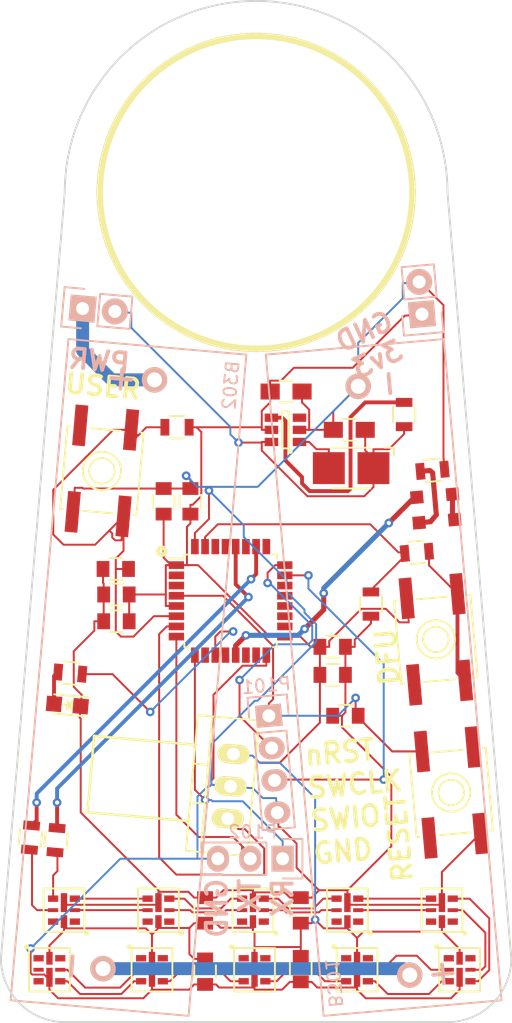
<source format=kicad_pcb>
(kicad_pcb (version 20171130) (host pcbnew "(5.1.12)-1")

  (general
    (thickness 1.6)
    (drawings 14)
    (tracks 578)
    (zones 0)
    (modules 49)
    (nets 86)
  )

  (page A4)
  (layers
    (0 Top_Copper signal)
    (31 Bottom_Copper signal)
    (32 B.Adhes user hide)
    (33 F.Adhes user hide)
    (34 B.Paste user hide)
    (35 F.Paste user hide)
    (36 B.SilkS user hide)
    (37 F.SilkS user hide)
    (38 B.Mask user hide)
    (39 F.Mask user hide)
    (40 Dwgs.User user hide)
    (41 Cmts.User user hide)
    (42 Eco1.User user hide)
    (43 Eco2.User user hide)
    (44 Edge.Cuts user)
    (45 Margin user hide)
    (46 B.CrtYd user hide)
    (47 F.CrtYd user hide)
    (48 B.Fab user hide)
    (49 F.Fab user hide)
  )

  (setup
    (last_trace_width 0.1524)
    (user_trace_width 0.1524)
    (user_trace_width 0.3048)
    (user_trace_width 0.4)
    (user_trace_width 0.79375)
    (user_trace_width 1.016)
    (trace_clearance 0.1524)
    (zone_clearance 1)
    (zone_45_only no)
    (trace_min 0.1524)
    (via_size 0.68)
    (via_drill 0.3302)
    (via_min_size 0.68)
    (via_min_drill 0.3302)
    (uvia_size 1)
    (uvia_drill 0)
    (uvias_allowed no)
    (uvia_min_size 0)
    (uvia_min_drill 0)
    (edge_width 0.15)
    (segment_width 0.2)
    (pcb_text_width 0.3)
    (pcb_text_size 1.5 1.5)
    (mod_edge_width 0.15)
    (mod_text_size 1 1)
    (mod_text_width 0.15)
    (pad_size 2.49936 1.50114)
    (pad_drill 1.00076)
    (pad_to_mask_clearance 0.2)
    (aux_axis_origin 0 0)
    (grid_origin 78.8 109.2)
    (visible_elements 7FFFFFFF)
    (pcbplotparams
      (layerselection 0x010f0_80000001)
      (usegerberextensions true)
      (usegerberattributes true)
      (usegerberadvancedattributes true)
      (creategerberjobfile true)
      (excludeedgelayer true)
      (linewidth 0.100000)
      (plotframeref false)
      (viasonmask false)
      (mode 1)
      (useauxorigin false)
      (hpglpennumber 1)
      (hpglpenspeed 20)
      (hpglpendiameter 15.000000)
      (psnegative false)
      (psa4output false)
      (plotreference true)
      (plotvalue true)
      (plotinvisibletext false)
      (padsonsilk false)
      (subtractmaskfromsilk false)
      (outputformat 1)
      (mirror false)
      (drillshape 0)
      (scaleselection 1)
      (outputdirectory "gerbers-panel"))
  )

  (net 0 "")
  (net 1 GND)
  (net 2 +BATT)
  (net 3 /nRST)
  (net 4 /USER_BUTTON)
  (net 5 +3V3)
  (net 6 /Power/VIN)
  (net 7 "Net-(D101-Pad2)")
  (net 8 "Net-(D102-Pad1)")
  (net 9 /IR_TX)
  (net 10 "Net-(D103-Pad1)")
  (net 11 "Net-(L301-Pad2)")
  (net 12 /SWDCLK)
  (net 13 /SWDIO)
  (net 14 /USER_LED)
  (net 15 /LEDArray/MOSI-IN)
  (net 16 /LED_MOSI)
  (net 17 /LEDArray/SCK-IN)
  (net 18 /LED_CLK)
  (net 19 "Net-(R301-Pad2)")
  (net 20 "Net-(U101-Pad2)")
  (net 21 "Net-(U101-Pad3)")
  (net 22 "Net-(U101-Pad10)")
  (net 23 /IR_RX)
  (net 24 "Net-(U101-Pad12)")
  (net 25 "Net-(U101-Pad14)")
  (net 26 "Net-(U101-Pad15)")
  (net 27 "Net-(U101-Pad18)")
  (net 28 "Net-(U101-Pad19)")
  (net 29 "Net-(U101-Pad20)")
  (net 30 "Net-(U101-Pad21)")
  (net 31 "Net-(U101-Pad22)")
  (net 32 "Net-(U101-Pad25)")
  (net 33 "Net-(U101-Pad27)")
  (net 34 "Net-(U101-Pad29)")
  (net 35 "Net-(U101-Pad30)")
  (net 36 "Net-(U201-Pad2)")
  (net 37 "Net-(U201-Pad3)")
  (net 38 "Net-(U202-Pad5)")
  (net 39 "Net-(U202-Pad2)")
  (net 40 "Net-(U202-Pad4)")
  (net 41 "Net-(U202-Pad3)")
  (net 42 "Net-(U203-Pad2)")
  (net 43 "Net-(U203-Pad3)")
  (net 44 "Net-(U204-Pad2)")
  (net 45 "Net-(U204-Pad3)")
  (net 46 "Net-(U205-Pad2)")
  (net 47 "Net-(U205-Pad3)")
  (net 48 "Net-(U206-Pad2)")
  (net 49 "Net-(U206-Pad3)")
  (net 50 "Net-(U207-Pad2)")
  (net 51 "Net-(U207-Pad3)")
  (net 52 "Net-(U208-Pad2)")
  (net 53 "Net-(U208-Pad3)")
  (net 54 /LEDArray/SCK-OUT)
  (net 55 /LEDArray/MOSI-OUT)
  (net 56 "Net-(U301-Pad3)")
  (net 57 "Net-(R1-Pad1)")
  (net 58 /USART2_TX)
  (net 59 /USART2_RX)
  (net 60 "Net-(SW1-Pad4)")
  (net 61 "Net-(SW2-Pad1)")
  (net 62 "Net-(U201-Pad6)")
  (net 63 "Net-(U201-Pad1)")
  (net 64 "Net-(U202-Pad6)")
  (net 65 "Net-(U202-Pad1)")
  (net 66 "Net-(U203-Pad6)")
  (net 67 "Net-(U203-Pad1)")
  (net 68 "Net-(U204-Pad6)")
  (net 69 "Net-(U204-Pad1)")
  (net 70 "Net-(U205-Pad6)")
  (net 71 "Net-(U205-Pad1)")
  (net 72 "Net-(U206-Pad6)")
  (net 73 "Net-(U206-Pad1)")
  (net 74 "Net-(U207-Pad6)")
  (net 75 "Net-(U207-Pad1)")
  (net 76 "Net-(U208-Pad6)")
  (net 77 "Net-(U209-Pad6)")
  (net 78 "Net-(U209-Pad1)")
  (net 79 "Net-(U210-Pad6)")
  (net 80 "Net-(U210-Pad1)")
  (net 81 "Net-(SW1-Pad1)")
  (net 82 "Net-(R1-Pad2)")
  (net 83 "Net-(B301-Pad1)")
  (net 84 "Net-(SW103-Pad2)")
  (net 85 "Net-(U208-Pad1)")

  (net_class Default "This is the default net class."
    (clearance 0.1524)
    (trace_width 0.1524)
    (via_dia 0.68)
    (via_drill 0.3302)
    (uvia_dia 1)
    (uvia_drill 0)
    (add_net +3V3)
    (add_net +BATT)
    (add_net /IR_RX)
    (add_net /IR_TX)
    (add_net /LEDArray/MOSI-IN)
    (add_net /LEDArray/MOSI-OUT)
    (add_net /LEDArray/SCK-IN)
    (add_net /LEDArray/SCK-OUT)
    (add_net /LED_CLK)
    (add_net /LED_MOSI)
    (add_net /Power/VIN)
    (add_net /SWDCLK)
    (add_net /SWDIO)
    (add_net /USART2_RX)
    (add_net /USART2_TX)
    (add_net /USER_BUTTON)
    (add_net /USER_LED)
    (add_net /nRST)
    (add_net GND)
    (add_net "Net-(B301-Pad1)")
    (add_net "Net-(D101-Pad2)")
    (add_net "Net-(D102-Pad1)")
    (add_net "Net-(D103-Pad1)")
    (add_net "Net-(L301-Pad2)")
    (add_net "Net-(R1-Pad1)")
    (add_net "Net-(R1-Pad2)")
    (add_net "Net-(R301-Pad2)")
    (add_net "Net-(SW1-Pad1)")
    (add_net "Net-(SW1-Pad4)")
    (add_net "Net-(SW103-Pad2)")
    (add_net "Net-(SW2-Pad1)")
    (add_net "Net-(U101-Pad10)")
    (add_net "Net-(U101-Pad12)")
    (add_net "Net-(U101-Pad14)")
    (add_net "Net-(U101-Pad15)")
    (add_net "Net-(U101-Pad18)")
    (add_net "Net-(U101-Pad19)")
    (add_net "Net-(U101-Pad2)")
    (add_net "Net-(U101-Pad20)")
    (add_net "Net-(U101-Pad21)")
    (add_net "Net-(U101-Pad22)")
    (add_net "Net-(U101-Pad25)")
    (add_net "Net-(U101-Pad27)")
    (add_net "Net-(U101-Pad29)")
    (add_net "Net-(U101-Pad3)")
    (add_net "Net-(U101-Pad30)")
    (add_net "Net-(U201-Pad1)")
    (add_net "Net-(U201-Pad2)")
    (add_net "Net-(U201-Pad3)")
    (add_net "Net-(U201-Pad6)")
    (add_net "Net-(U202-Pad1)")
    (add_net "Net-(U202-Pad2)")
    (add_net "Net-(U202-Pad3)")
    (add_net "Net-(U202-Pad4)")
    (add_net "Net-(U202-Pad5)")
    (add_net "Net-(U202-Pad6)")
    (add_net "Net-(U203-Pad1)")
    (add_net "Net-(U203-Pad2)")
    (add_net "Net-(U203-Pad3)")
    (add_net "Net-(U203-Pad6)")
    (add_net "Net-(U204-Pad1)")
    (add_net "Net-(U204-Pad2)")
    (add_net "Net-(U204-Pad3)")
    (add_net "Net-(U204-Pad6)")
    (add_net "Net-(U205-Pad1)")
    (add_net "Net-(U205-Pad2)")
    (add_net "Net-(U205-Pad3)")
    (add_net "Net-(U205-Pad6)")
    (add_net "Net-(U206-Pad1)")
    (add_net "Net-(U206-Pad2)")
    (add_net "Net-(U206-Pad3)")
    (add_net "Net-(U206-Pad6)")
    (add_net "Net-(U207-Pad1)")
    (add_net "Net-(U207-Pad2)")
    (add_net "Net-(U207-Pad3)")
    (add_net "Net-(U207-Pad6)")
    (add_net "Net-(U208-Pad1)")
    (add_net "Net-(U208-Pad2)")
    (add_net "Net-(U208-Pad3)")
    (add_net "Net-(U208-Pad6)")
    (add_net "Net-(U209-Pad1)")
    (add_net "Net-(U209-Pad6)")
    (add_net "Net-(U210-Pad1)")
    (add_net "Net-(U210-Pad6)")
    (add_net "Net-(U301-Pad3)")
  )

  (module "Borgel Custom:Hole-24mm" (layer Top_Copper) (tedit 58AFBC02) (tstamp 58AFC31D)
    (at 85 80)
    (path /58AFC9AA)
    (fp_text reference H101 (at 0 0.5) (layer F.SilkS)
      (effects (font (size 1 1) (thickness 0.15)))
    )
    (fp_text value Hole_-_24mm (at 0 -0.5) (layer F.Fab)
      (effects (font (size 1 1) (thickness 0.15)))
    )
    (pad "" np_thru_hole circle (at 0 0) (size 25 25) (drill 24) (layers *.Cu *.Mask F.SilkS))
  )

  (module Capacitors_SMD:C_0805 (layer Top_Copper) (tedit 58AFE280) (tstamp 589F9BEE)
    (at 79.85 104.2 90)
    (descr "Capacitor SMD 0805, reflow soldering, AVX (see smccp.pdf)")
    (tags "capacitor 0805")
    (path /589FBA2B)
    (attr smd)
    (fp_text reference C108 (at 1.2 1.95 90) (layer F.SilkS) hide
      (effects (font (size 1 1) (thickness 0.15)))
    )
    (fp_text value 100nF (at 1.25 3.25 180) (layer F.Fab)
      (effects (font (size 1 1) (thickness 0.15)))
    )
    (fp_line (start -1.8 -1) (end 1.8 -1) (layer F.CrtYd) (width 0.05))
    (fp_line (start -1.8 1) (end 1.8 1) (layer F.CrtYd) (width 0.05))
    (fp_line (start -1.8 -1) (end -1.8 1) (layer F.CrtYd) (width 0.05))
    (fp_line (start 1.8 -1) (end 1.8 1) (layer F.CrtYd) (width 0.05))
    (fp_line (start 0.5 -0.85) (end -0.5 -0.85) (layer F.SilkS) (width 0.15))
    (fp_line (start -0.5 0.85) (end 0.5 0.85) (layer F.SilkS) (width 0.15))
    (pad 1 smd rect (at -1 0 90) (size 1 1.25) (layers Top_Copper F.Paste F.Mask)
      (net 5 +3V3))
    (pad 2 smd rect (at 1 0 90) (size 1 1.25) (layers Top_Copper F.Paste F.Mask)
      (net 1 GND))
    (model Capacitors_SMD.3dshapes/C_0805.wrl
      (at (xyz 0 0 0))
      (scale (xyz 1 1 1))
      (rotate (xyz 0 0 0))
    )
  )

  (module "Borgel Custom:TO-220_Neutral123_Vertical_LayDown" (layer Top_Copper) (tedit 58AFE1F9) (tstamp 589ADA81)
    (at 83 126.5303 85)
    (descr "TO-220, Neutral, Vertical,")
    (tags "TO-220, Neutral, Vertical,")
    (path /589AB163)
    (fp_text reference U102 (at 0 -5.08 85) (layer F.SilkS) hide
      (effects (font (size 1 1) (thickness 0.15)))
    )
    (fp_text value TSSP58P38 (at 0.04 -3.5 85) (layer F.Fab)
      (effects (font (size 1 1) (thickness 0.15)))
    )
    (fp_line (start -3 -11) (end -3 -3) (layer F.SilkS) (width 0.2))
    (fp_line (start 3 -11) (end 3 -3) (layer F.SilkS) (width 0.2))
    (fp_line (start 3 -11) (end -3 -11) (layer F.SilkS) (width 0.2))
    (fp_line (start -1.524 -3.048) (end -1.524 -1.905) (layer F.SilkS) (width 0.15))
    (fp_line (start 1.524 -3.048) (end 1.524 -1.905) (layer F.SilkS) (width 0.15))
    (fp_line (start 5.334 -1.905) (end 5.334 1.778) (layer F.SilkS) (width 0.15))
    (fp_line (start 5.334 1.778) (end -5.334 1.778) (layer F.SilkS) (width 0.15))
    (fp_line (start -5.334 1.778) (end -5.334 -1.905) (layer F.SilkS) (width 0.15))
    (fp_line (start 5.334 -3.048) (end 5.334 -1.905) (layer F.SilkS) (width 0.15))
    (fp_line (start 5.334 -1.905) (end -5.334 -1.905) (layer F.SilkS) (width 0.15))
    (fp_line (start -5.334 -1.905) (end -5.334 -3.048) (layer F.SilkS) (width 0.15))
    (fp_line (start 0 -3.048) (end -5.334 -3.048) (layer F.SilkS) (width 0.15))
    (fp_line (start 0 -3.048) (end 5.334 -3.048) (layer F.SilkS) (width 0.15))
    (pad 2 thru_hole oval (at 0 0 175) (size 2.49936 1.50114) (drill 1.00076) (layers *.Cu *.Mask F.SilkS)
      (net 1 GND))
    (pad 1 thru_hole oval (at -2.54 0 175) (size 2.49936 1.50114) (drill 1.00076) (layers *.Cu *.Mask F.SilkS)
      (net 23 /IR_RX))
    (pad 3 thru_hole oval (at 2.54 0 175) (size 2.49936 1.50114) (drill 1.00076) (layers *.Cu *.Mask F.SilkS)
      (net 5 +3V3))
    (model TO_SOT_Packages_THT.3dshapes/TO-220_Neutral123_Vertical.wrl
      (at (xyz 0 0 0))
      (scale (xyz 0.3937 0.3937 0.3937))
      (rotate (xyz 0 0 0))
    )
  )

  (module "Borgel Custom:BCAAAPC" locked (layer Bottom_Copper) (tedit 58313D6F) (tstamp 589AB594)
    (at 95 118 95)
    (path /589ACC17/589ACFC3)
    (fp_text reference B301 (at -23.5 -6 95) (layer B.SilkS)
      (effects (font (size 1 1) (thickness 0.15)) (justify mirror))
    )
    (fp_text value BCAAAPC (at 0 6 95) (layer B.Fab)
      (effects (font (size 1 1) (thickness 0.15)) (justify mirror))
    )
    (fp_line (start -26 7) (end 26 7) (layer B.SilkS) (width 0.15))
    (fp_line (start 26 7) (end 26 -7) (layer B.SilkS) (width 0.15))
    (fp_line (start 26 -7) (end -26 -7) (layer B.SilkS) (width 0.15))
    (fp_line (start -26 -7) (end -26 7) (layer B.SilkS) (width 0.15))
    (fp_text user - (at 22.9 2.6 95) (layer B.SilkS)
      (effects (font (size 2 2) (thickness 0.3)) (justify mirror))
    )
    (fp_text user + (at -23.4 2.6 5) (layer B.SilkS)
      (effects (font (size 2 2) (thickness 0.3)) (justify mirror))
    )
    (pad 2 thru_hole circle (at 22.9 0 95) (size 2 2) (drill 1.17) (layers *.Cu *.Mask B.SilkS)
      (net 1 GND))
    (pad 1 thru_hole circle (at -23.405 0 95) (size 2 2) (drill 1.17) (layers *.Cu *.Mask B.SilkS)
      (net 83 "Net-(B301-Pad1)"))
  )

  (module Capacitors_SMD:C_0805 (layer Top_Copper) (tedit 58AFE1DA) (tstamp 589AB59A)
    (at 92 121 180)
    (descr "Capacitor SMD 0805, reflow soldering, AVX (see smccp.pdf)")
    (tags "capacitor 0805")
    (path /58732502)
    (attr smd)
    (fp_text reference C101 (at -3.8 0 180) (layer F.SilkS) hide
      (effects (font (size 1 1) (thickness 0.15)))
    )
    (fp_text value 0.1µF (at -4.2 0.2 180) (layer F.Fab)
      (effects (font (size 1 1) (thickness 0.15)))
    )
    (fp_line (start -1.8 -1) (end 1.8 -1) (layer F.CrtYd) (width 0.05))
    (fp_line (start -1.8 1) (end 1.8 1) (layer F.CrtYd) (width 0.05))
    (fp_line (start -1.8 -1) (end -1.8 1) (layer F.CrtYd) (width 0.05))
    (fp_line (start 1.8 -1) (end 1.8 1) (layer F.CrtYd) (width 0.05))
    (fp_line (start 0.5 -0.85) (end -0.5 -0.85) (layer F.SilkS) (width 0.15))
    (fp_line (start -0.5 0.85) (end 0.5 0.85) (layer F.SilkS) (width 0.15))
    (pad 1 smd rect (at -1 0 180) (size 1 1.25) (layers Top_Copper F.Paste F.Mask)
      (net 3 /nRST))
    (pad 2 smd rect (at 1 0 180) (size 1 1.25) (layers Top_Copper F.Paste F.Mask)
      (net 1 GND))
    (model Capacitors_SMD.3dshapes/C_0805.wrl
      (at (xyz 0 0 0))
      (scale (xyz 1 1 1))
      (rotate (xyz 0 0 0))
    )
  )

  (module Capacitors_SMD:C_0805 (layer Top_Copper) (tedit 58AFE258) (tstamp 589AB5A0)
    (at 74 109.5 180)
    (descr "Capacitor SMD 0805, reflow soldering, AVX (see smccp.pdf)")
    (tags "capacitor 0805")
    (path /589AE0EE)
    (attr smd)
    (fp_text reference C102 (at 0.3 1.8 180) (layer F.SilkS) hide
      (effects (font (size 1 1) (thickness 0.15)))
    )
    (fp_text value 0.1µF (at 0 2.1 180) (layer F.Fab)
      (effects (font (size 1 1) (thickness 0.15)))
    )
    (fp_line (start -1.8 -1) (end 1.8 -1) (layer F.CrtYd) (width 0.05))
    (fp_line (start -1.8 1) (end 1.8 1) (layer F.CrtYd) (width 0.05))
    (fp_line (start -1.8 -1) (end -1.8 1) (layer F.CrtYd) (width 0.05))
    (fp_line (start 1.8 -1) (end 1.8 1) (layer F.CrtYd) (width 0.05))
    (fp_line (start 0.5 -0.85) (end -0.5 -0.85) (layer F.SilkS) (width 0.15))
    (fp_line (start -0.5 0.85) (end 0.5 0.85) (layer F.SilkS) (width 0.15))
    (pad 1 smd rect (at -1 0 180) (size 1 1.25) (layers Top_Copper F.Paste F.Mask)
      (net 4 /USER_BUTTON))
    (pad 2 smd rect (at 1 0 180) (size 1 1.25) (layers Top_Copper F.Paste F.Mask)
      (net 1 GND))
    (model Capacitors_SMD.3dshapes/C_0805.wrl
      (at (xyz 0 0 0))
      (scale (xyz 1 1 1))
      (rotate (xyz 0 0 0))
    )
  )

  (module Capacitors_SMD:C_0805 (layer Top_Copper) (tedit 58AFE25B) (tstamp 589AB5A6)
    (at 74.05 113.6 180)
    (descr "Capacitor SMD 0805, reflow soldering, AVX (see smccp.pdf)")
    (tags "capacitor 0805")
    (path /586F1879)
    (attr smd)
    (fp_text reference C103 (at 0.05 -2 180) (layer F.SilkS) hide
      (effects (font (size 1 1) (thickness 0.15)))
    )
    (fp_text value 10nF (at 3.5 0 180) (layer F.Fab)
      (effects (font (size 1 1) (thickness 0.15)))
    )
    (fp_line (start -1.8 -1) (end 1.8 -1) (layer F.CrtYd) (width 0.05))
    (fp_line (start -1.8 1) (end 1.8 1) (layer F.CrtYd) (width 0.05))
    (fp_line (start -1.8 -1) (end -1.8 1) (layer F.CrtYd) (width 0.05))
    (fp_line (start 1.8 -1) (end 1.8 1) (layer F.CrtYd) (width 0.05))
    (fp_line (start 0.5 -0.85) (end -0.5 -0.85) (layer F.SilkS) (width 0.15))
    (fp_line (start -0.5 0.85) (end 0.5 0.85) (layer F.SilkS) (width 0.15))
    (pad 1 smd rect (at -1 0 180) (size 1 1.25) (layers Top_Copper F.Paste F.Mask)
      (net 5 +3V3))
    (pad 2 smd rect (at 1 0 180) (size 1 1.25) (layers Top_Copper F.Paste F.Mask)
      (net 1 GND))
    (model Capacitors_SMD.3dshapes/C_0805.wrl
      (at (xyz 0 0 0))
      (scale (xyz 1 1 1))
      (rotate (xyz 0 0 0))
    )
  )

  (module Capacitors_SMD:C_0805 (layer Top_Copper) (tedit 58AFE282) (tstamp 589AB5AC)
    (at 77.75 104.2 90)
    (descr "Capacitor SMD 0805, reflow soldering, AVX (see smccp.pdf)")
    (tags "capacitor 0805")
    (path /586F18C6)
    (attr smd)
    (fp_text reference C104 (at 3.2 1.85 180) (layer F.SilkS) hide
      (effects (font (size 1 1) (thickness 0.15)))
    )
    (fp_text value 10µF (at 4.1 -0.05 270) (layer F.Fab)
      (effects (font (size 1 1) (thickness 0.15)))
    )
    (fp_line (start -1.8 -1) (end 1.8 -1) (layer F.CrtYd) (width 0.05))
    (fp_line (start -1.8 1) (end 1.8 1) (layer F.CrtYd) (width 0.05))
    (fp_line (start -1.8 -1) (end -1.8 1) (layer F.CrtYd) (width 0.05))
    (fp_line (start 1.8 -1) (end 1.8 1) (layer F.CrtYd) (width 0.05))
    (fp_line (start 0.5 -0.85) (end -0.5 -0.85) (layer F.SilkS) (width 0.15))
    (fp_line (start -0.5 0.85) (end 0.5 0.85) (layer F.SilkS) (width 0.15))
    (pad 1 smd rect (at -1 0 90) (size 1 1.25) (layers Top_Copper F.Paste F.Mask)
      (net 5 +3V3))
    (pad 2 smd rect (at 1 0 90) (size 1 1.25) (layers Top_Copper F.Paste F.Mask)
      (net 1 GND))
    (model Capacitors_SMD.3dshapes/C_0805.wrl
      (at (xyz 0 0 0))
      (scale (xyz 1 1 1))
      (rotate (xyz 0 0 0))
    )
  )

  (module Capacitors_SMD:C_0805 (layer Top_Copper) (tedit 58AFE220) (tstamp 589AB5B2)
    (at 74.05 111.5 180)
    (descr "Capacitor SMD 0805, reflow soldering, AVX (see smccp.pdf)")
    (tags "capacitor 0805")
    (path /586F1A40)
    (attr smd)
    (fp_text reference C105 (at -2.55 2.1 270) (layer F.SilkS) hide
      (effects (font (size 1 1) (thickness 0.15)))
    )
    (fp_text value 1µF (at 3.2 -0.2 180) (layer F.Fab)
      (effects (font (size 1 1) (thickness 0.15)))
    )
    (fp_line (start -1.8 -1) (end 1.8 -1) (layer F.CrtYd) (width 0.05))
    (fp_line (start -1.8 1) (end 1.8 1) (layer F.CrtYd) (width 0.05))
    (fp_line (start -1.8 -1) (end -1.8 1) (layer F.CrtYd) (width 0.05))
    (fp_line (start 1.8 -1) (end 1.8 1) (layer F.CrtYd) (width 0.05))
    (fp_line (start 0.5 -0.85) (end -0.5 -0.85) (layer F.SilkS) (width 0.15))
    (fp_line (start -0.5 0.85) (end 0.5 0.85) (layer F.SilkS) (width 0.15))
    (pad 1 smd rect (at -1 0 180) (size 1 1.25) (layers Top_Copper F.Paste F.Mask)
      (net 5 +3V3))
    (pad 2 smd rect (at 1 0 180) (size 1 1.25) (layers Top_Copper F.Paste F.Mask)
      (net 1 GND))
    (model Capacitors_SMD.3dshapes/C_0805.wrl
      (at (xyz 0 0 0))
      (scale (xyz 1 1 1))
      (rotate (xyz 0 0 0))
    )
  )

  (module Capacitors_SMD:C_0805_HandSoldering (layer Top_Copper) (tedit 58AFE223) (tstamp 589AB5B8)
    (at 92.3 98.6 180)
    (descr "Capacitor SMD 0805, hand soldering")
    (tags "capacitor 0805")
    (path /589ACC17/589ACFA6)
    (attr smd)
    (fp_text reference C301 (at -0.275 1.625 180) (layer F.SilkS) hide
      (effects (font (size 1 1) (thickness 0.15)))
    )
    (fp_text value 4.7uF (at -0.148 1.625 180) (layer F.Fab)
      (effects (font (size 1 1) (thickness 0.15)))
    )
    (fp_line (start -2.3 -1) (end 2.3 -1) (layer F.CrtYd) (width 0.05))
    (fp_line (start -2.3 1) (end 2.3 1) (layer F.CrtYd) (width 0.05))
    (fp_line (start -2.3 -1) (end -2.3 1) (layer F.CrtYd) (width 0.05))
    (fp_line (start 2.3 -1) (end 2.3 1) (layer F.CrtYd) (width 0.05))
    (fp_line (start 0.5 -0.85) (end -0.5 -0.85) (layer F.SilkS) (width 0.15))
    (fp_line (start -0.5 0.85) (end 0.5 0.85) (layer F.SilkS) (width 0.15))
    (pad 1 smd rect (at -1.25 0 180) (size 1.5 1.25) (layers Top_Copper F.Paste F.Mask)
      (net 6 /Power/VIN))
    (pad 2 smd rect (at 1.25 0 180) (size 1.5 1.25) (layers Top_Copper F.Paste F.Mask)
      (net 1 GND))
    (model Capacitors_SMD.3dshapes/C_0805_HandSoldering.wrl
      (at (xyz 0 0 0))
      (scale (xyz 1 1 1))
      (rotate (xyz 0 0 0))
    )
  )

  (module Capacitors_SMD:C_0805_HandSoldering (layer Top_Copper) (tedit 58AFE279) (tstamp 589AB5BE)
    (at 87.35 95.6)
    (descr "Capacitor SMD 0805, hand soldering")
    (tags "capacitor 0805")
    (path /589ACC17/589ACFA7)
    (attr smd)
    (fp_text reference C302 (at 0.018 -1.8) (layer F.SilkS) hide
      (effects (font (size 1 1) (thickness 0.15)))
    )
    (fp_text value 4.7uF (at -4.808 -2.181) (layer F.Fab)
      (effects (font (size 1 1) (thickness 0.15)))
    )
    (fp_line (start -2.3 -1) (end 2.3 -1) (layer F.CrtYd) (width 0.05))
    (fp_line (start -2.3 1) (end 2.3 1) (layer F.CrtYd) (width 0.05))
    (fp_line (start -2.3 -1) (end -2.3 1) (layer F.CrtYd) (width 0.05))
    (fp_line (start 2.3 -1) (end 2.3 1) (layer F.CrtYd) (width 0.05))
    (fp_line (start 0.5 -0.85) (end -0.5 -0.85) (layer F.SilkS) (width 0.15))
    (fp_line (start -0.5 0.85) (end 0.5 0.85) (layer F.SilkS) (width 0.15))
    (pad 1 smd rect (at -1.25 0) (size 1.5 1.25) (layers Top_Copper F.Paste F.Mask)
      (net 5 +3V3))
    (pad 2 smd rect (at 1.25 0) (size 1.5 1.25) (layers Top_Copper F.Paste F.Mask)
      (net 1 GND))
    (model Capacitors_SMD.3dshapes/C_0805_HandSoldering.wrl
      (at (xyz 0 0 0))
      (scale (xyz 1 1 1))
      (rotate (xyz 0 0 0))
    )
  )

  (module LEDs:LED_0805 (layer Top_Copper) (tedit 58AFE215) (tstamp 589AB5C4)
    (at 70.2043 120.1636 175)
    (descr "LED 0805 smd package")
    (tags "LED 0805 SMD")
    (path /589AB5E7)
    (attr smd)
    (fp_text reference D101 (at 1.410918 -1.771186 175) (layer F.SilkS) hide
      (effects (font (size 1 1) (thickness 0.15)))
    )
    (fp_text value USER_LED (at 0.254 -1.651 175) (layer F.Fab)
      (effects (font (size 1 1) (thickness 0.15)))
    )
    (fp_line (start -1.6 0.75) (end 1.1 0.75) (layer F.SilkS) (width 0.15))
    (fp_line (start -1.6 -0.75) (end 1.1 -0.75) (layer F.SilkS) (width 0.15))
    (fp_line (start -0.1 0.15) (end -0.1 -0.1) (layer F.SilkS) (width 0.15))
    (fp_line (start -0.1 -0.1) (end -0.25 0.05) (layer F.SilkS) (width 0.15))
    (fp_line (start -0.35 -0.35) (end -0.35 0.35) (layer F.SilkS) (width 0.15))
    (fp_line (start 0 0) (end 0.35 0) (layer F.SilkS) (width 0.15))
    (fp_line (start -0.35 0) (end 0 -0.35) (layer F.SilkS) (width 0.15))
    (fp_line (start 0 -0.35) (end 0 0.35) (layer F.SilkS) (width 0.15))
    (fp_line (start 0 0.35) (end -0.35 0) (layer F.SilkS) (width 0.15))
    (fp_line (start 1.9 -0.95) (end 1.9 0.95) (layer F.CrtYd) (width 0.05))
    (fp_line (start 1.9 0.95) (end -1.9 0.95) (layer F.CrtYd) (width 0.05))
    (fp_line (start -1.9 0.95) (end -1.9 -0.95) (layer F.CrtYd) (width 0.05))
    (fp_line (start -1.9 -0.95) (end 1.9 -0.95) (layer F.CrtYd) (width 0.05))
    (pad 2 smd rect (at 1.04902 0 355) (size 1.19888 1.19888) (layers Top_Copper F.Paste F.Mask)
      (net 7 "Net-(D101-Pad2)"))
    (pad 1 smd rect (at -1.04902 0 355) (size 1.19888 1.19888) (layers Top_Copper F.Paste F.Mask)
      (net 1 GND))
    (model LEDs.3dshapes/LED_0805.wrl
      (at (xyz 0 0 0))
      (scale (xyz 1 1 1))
      (rotate (xyz 0 0 0))
    )
  )

  (module "Borgel Custom:Everlight-IR12-21C-TR8" (layer Top_Copper) (tedit 58AFE1B6) (tstamp 589AB5CA)
    (at 98.9951 103.7643 185)
    (path /589AB08F)
    (fp_text reference D102 (at -4.6 0 185) (layer F.SilkS) hide
      (effects (font (size 1 1) (thickness 0.15)))
    )
    (fp_text value IR12-21C/TR8 (at 1 -2 185) (layer F.Fab) hide
      (effects (font (size 1 1) (thickness 0.15)))
    )
    (pad 1 smd rect (at -1.4 0 185) (size 1 1) (layers Top_Copper F.Paste F.Mask)
      (net 8 "Net-(D102-Pad1)"))
    (pad 2 smd rect (at 1.4 0 185) (size 1 1) (layers Top_Copper F.Paste F.Mask)
      (net 9 /IR_TX))
  )

  (module "Borgel Custom:Everlight-IR12-21C-TR8" (layer Top_Copper) (tedit 58AFE1B9) (tstamp 589AB5D0)
    (at 99.1694 105.7566 5)
    (path /589AB112)
    (fp_text reference D103 (at 4.6 0 5) (layer F.SilkS) hide
      (effects (font (size 1 1) (thickness 0.15)))
    )
    (fp_text value IR12-21C/TR8 (at 2.9 -6.3 275) (layer F.Fab)
      (effects (font (size 1 1) (thickness 0.15)))
    )
    (pad 1 smd rect (at -1.4 0 5) (size 1 1) (layers Top_Copper F.Paste F.Mask)
      (net 10 "Net-(D103-Pad1)"))
    (pad 2 smd rect (at 1.4 0 5) (size 1 1) (layers Top_Copper F.Paste F.Mask)
      (net 8 "Net-(D102-Pad1)"))
  )

  (module Socket_Strips:Socket_Strip_Straight_1x02 (layer Bottom_Copper) (tedit 58AFE186) (tstamp 589AB5D6)
    (at 71.4 89.1 355)
    (descr "Through hole socket strip")
    (tags "socket strip")
    (path /589ACC17/589ACFA5)
    (fp_text reference JP301 (at 1.1 2.3 355) (layer B.SilkS) hide
      (effects (font (size 1 1) (thickness 0.15)) (justify mirror))
    )
    (fp_text value JP_POWER (at 0 3.1 355) (layer B.Fab)
      (effects (font (size 1 1) (thickness 0.15)) (justify mirror))
    )
    (fp_line (start -1.55 -1.55) (end 0 -1.55) (layer B.SilkS) (width 0.15))
    (fp_line (start 3.81 -1.27) (end 1.27 -1.27) (layer B.SilkS) (width 0.15))
    (fp_line (start -1.75 1.75) (end -1.75 -1.75) (layer B.CrtYd) (width 0.05))
    (fp_line (start 4.3 1.75) (end 4.3 -1.75) (layer B.CrtYd) (width 0.05))
    (fp_line (start -1.75 1.75) (end 4.3 1.75) (layer B.CrtYd) (width 0.05))
    (fp_line (start -1.75 -1.75) (end 4.3 -1.75) (layer B.CrtYd) (width 0.05))
    (fp_line (start 1.27 -1.27) (end 1.27 1.27) (layer B.SilkS) (width 0.15))
    (fp_line (start 0 1.55) (end -1.55 1.55) (layer B.SilkS) (width 0.15))
    (fp_line (start -1.55 1.55) (end -1.55 -1.55) (layer B.SilkS) (width 0.15))
    (fp_line (start 1.27 1.27) (end 3.81 1.27) (layer B.SilkS) (width 0.15))
    (fp_line (start 3.81 1.27) (end 3.81 -1.27) (layer B.SilkS) (width 0.15))
    (pad 1 thru_hole rect (at 0 0 355) (size 2.032 2.032) (drill 1.016) (layers *.Cu *.Mask B.SilkS)
      (net 2 +BATT))
    (pad 2 thru_hole oval (at 2.54 0 355) (size 2.032 2.032) (drill 1.016) (layers *.Cu *.Mask B.SilkS)
      (net 6 /Power/VIN))
    (model Socket_Strips.3dshapes/Socket_Strip_Straight_1x02.wrl
      (offset (xyz 1.269999980926514 0 0))
      (scale (xyz 1 1 1))
      (rotate (xyz 0 0 180))
    )
  )

  (module Inductors:Inductor_1212 (layer Top_Copper) (tedit 58AFE255) (tstamp 589AB5DC)
    (at 92.45 101.6 180)
    (path /589ACC17/589ACFA8)
    (attr smd)
    (fp_text reference L301 (at 0.45 -2.9 180) (layer F.SilkS) hide
      (effects (font (size 1 1) (thickness 0.15)))
    )
    (fp_text value 4.7uH (at 0 -2.75 180) (layer F.Fab)
      (effects (font (size 1 1) (thickness 0.15)))
    )
    (fp_line (start -3.35 1.6) (end -3.35 0.95) (layer F.SilkS) (width 0.15))
    (fp_line (start -2.6 1.6) (end -3.35 1.6) (layer F.SilkS) (width 0.15))
    (fp_line (start -3.5 2) (end -3.5 -2) (layer F.CrtYd) (width 0.05))
    (fp_line (start 3.5 2) (end -3.5 2) (layer F.CrtYd) (width 0.05))
    (fp_line (start 3.5 -2) (end 3.5 2) (layer F.CrtYd) (width 0.05))
    (fp_line (start -3.5 -2) (end 3.5 -2) (layer F.CrtYd) (width 0.05))
    (fp_line (start 1.5 1.6) (end -1.5 1.6) (layer F.SilkS) (width 0.15))
    (fp_line (start -1.5 -1.6) (end 1.5 -1.6) (layer F.SilkS) (width 0.15))
    (pad 1 smd rect (at -1.75 0 180) (size 2.5 2.5) (layers Top_Copper F.Paste F.Mask)
      (net 6 /Power/VIN))
    (pad 2 smd rect (at 1.75 0 180) (size 2.5 2.5) (layers Top_Copper F.Paste F.Mask)
      (net 11 "Net-(L301-Pad2)"))
  )

  (module Pin_Headers:Pin_Header_Straight_1x04 (layer Bottom_Copper) (tedit 0) (tstamp 589AB5E4)
    (at 86 121 185)
    (descr "Through hole pin header")
    (tags "pin header")
    (path /587329F2)
    (fp_text reference P101 (at 0 2.38 185) (layer B.SilkS)
      (effects (font (size 1 1) (thickness 0.15)) (justify mirror))
    )
    (fp_text value PROG_HEADER (at 1.8 -3.57 95) (layer F.Fab)
      (effects (font (size 1 1) (thickness 0.15)))
    )
    (fp_line (start -1.75 1.75) (end -1.75 -9.4) (layer B.CrtYd) (width 0.05))
    (fp_line (start 1.75 1.75) (end 1.75 -9.4) (layer B.CrtYd) (width 0.05))
    (fp_line (start -1.75 1.75) (end 1.75 1.75) (layer B.CrtYd) (width 0.05))
    (fp_line (start -1.75 -9.4) (end 1.75 -9.4) (layer B.CrtYd) (width 0.05))
    (fp_line (start -1.27 -1.27) (end -1.27 -8.89) (layer B.SilkS) (width 0.15))
    (fp_line (start 1.27 -1.27) (end 1.27 -8.89) (layer B.SilkS) (width 0.15))
    (fp_line (start 1.55 1.55) (end 1.55 0) (layer B.SilkS) (width 0.15))
    (fp_line (start -1.27 -8.89) (end 1.27 -8.89) (layer B.SilkS) (width 0.15))
    (fp_line (start 1.27 -1.27) (end -1.27 -1.27) (layer B.SilkS) (width 0.15))
    (fp_line (start -1.55 0) (end -1.55 1.55) (layer B.SilkS) (width 0.15))
    (fp_line (start -1.55 1.55) (end 1.55 1.55) (layer B.SilkS) (width 0.15))
    (pad 1 thru_hole rect (at 0 0 185) (size 2.032 1.7272) (drill 1.016) (layers *.Cu *.Mask B.SilkS)
      (net 3 /nRST))
    (pad 2 thru_hole oval (at 0 -2.54 185) (size 2.032 1.7272) (drill 1.016) (layers *.Cu *.Mask B.SilkS)
      (net 12 /SWDCLK))
    (pad 3 thru_hole oval (at 0 -5.08 185) (size 2.032 1.7272) (drill 1.016) (layers *.Cu *.Mask B.SilkS)
      (net 13 /SWDIO))
    (pad 4 thru_hole oval (at 0 -7.62 185) (size 2.032 1.7272) (drill 1.016) (layers *.Cu *.Mask B.SilkS)
      (net 1 GND))
    (model Pin_Headers.3dshapes/Pin_Header_Straight_1x04.wrl
      (offset (xyz 0 -3.809999942779541 0))
      (scale (xyz 1 1 1))
      (rotate (xyz 0 0 90))
    )
  )

  (module Pin_Headers:Pin_Header_Straight_1x02 (layer Bottom_Copper) (tedit 58AFC7F9) (tstamp 589AB5EA)
    (at 98 89.54 5)
    (descr "Through hole pin header")
    (tags "pin header")
    (path /589ACC17/589AE4C2)
    (fp_text reference P301 (at 0 2.25 5) (layer B.SilkS) hide
      (effects (font (size 1 1) (thickness 0.15)) (justify mirror))
    )
    (fp_text value DBG_PWR (at 1.8 -1.34 275) (layer F.Fab)
      (effects (font (size 1 1) (thickness 0.15)))
    )
    (fp_line (start 1.27 -1.27) (end 1.27 -3.81) (layer B.SilkS) (width 0.15))
    (fp_line (start 1.55 1.55) (end 1.55 0) (layer B.SilkS) (width 0.15))
    (fp_line (start -1.75 1.75) (end -1.75 -4.3) (layer B.CrtYd) (width 0.05))
    (fp_line (start 1.75 1.75) (end 1.75 -4.3) (layer B.CrtYd) (width 0.05))
    (fp_line (start -1.75 1.75) (end 1.75 1.75) (layer B.CrtYd) (width 0.05))
    (fp_line (start -1.75 -4.3) (end 1.75 -4.3) (layer B.CrtYd) (width 0.05))
    (fp_line (start 1.27 -1.27) (end -1.27 -1.27) (layer B.SilkS) (width 0.15))
    (fp_line (start -1.55 0) (end -1.55 1.55) (layer B.SilkS) (width 0.15))
    (fp_line (start -1.55 1.55) (end 1.55 1.55) (layer B.SilkS) (width 0.15))
    (fp_line (start -1.27 -1.27) (end -1.27 -3.81) (layer B.SilkS) (width 0.15))
    (fp_line (start -1.27 -3.81) (end 1.27 -3.81) (layer B.SilkS) (width 0.15))
    (pad 1 thru_hole rect (at 0 0 5) (size 2.032 2.032) (drill 1.016) (layers *.Cu *.Mask B.SilkS)
      (net 5 +3V3))
    (pad 2 thru_hole oval (at 0 -2.54 5) (size 2.032 2.032) (drill 1.016) (layers *.Cu *.Mask B.SilkS)
      (net 1 GND))
    (model Pin_Headers.3dshapes/Pin_Header_Straight_1x02.wrl
      (offset (xyz 0 -1.269999980926514 0))
      (scale (xyz 1 1 1))
      (rotate (xyz 0 0 90))
    )
  )

  (module Resistors_SMD:R_0805 (layer Top_Copper) (tedit 58AFE229) (tstamp 589AB5F0)
    (at 97.6 108.2 185)
    (descr "Resistor SMD 0805, reflow soldering, Vishay (see dcrcw.pdf)")
    (tags "resistor 0805")
    (path /589ABA18)
    (attr smd)
    (fp_text reference R1 (at -2.906396 -0.053513 185) (layer F.SilkS) hide
      (effects (font (size 1 1) (thickness 0.15)))
    )
    (fp_text value 10kΩ (at -0.15 -3.2 275) (layer F.Fab)
      (effects (font (size 1 1) (thickness 0.15)))
    )
    (fp_line (start -1.6 -1) (end 1.6 -1) (layer F.CrtYd) (width 0.05))
    (fp_line (start -1.6 1) (end 1.6 1) (layer F.CrtYd) (width 0.05))
    (fp_line (start -1.6 -1) (end -1.6 1) (layer F.CrtYd) (width 0.05))
    (fp_line (start 1.6 -1) (end 1.6 1) (layer F.CrtYd) (width 0.05))
    (fp_line (start 0.6 0.875) (end -0.6 0.875) (layer F.SilkS) (width 0.15))
    (fp_line (start -0.6 -0.875) (end 0.6 -0.875) (layer F.SilkS) (width 0.15))
    (pad 1 smd rect (at -0.95 0 185) (size 0.7 1.3) (layers Top_Copper F.Paste F.Mask)
      (net 57 "Net-(R1-Pad1)"))
    (pad 2 smd rect (at 0.95 0 185) (size 0.7 1.3) (layers Top_Copper F.Paste F.Mask)
      (net 82 "Net-(R1-Pad2)"))
    (model Resistors_SMD.3dshapes/R_0805.wrl
      (at (xyz 0 0 0))
      (scale (xyz 1 1 1))
      (rotate (xyz 0 0 0))
    )
  )

  (module Resistors_SMD:R_0805 (layer Top_Copper) (tedit 58AFE285) (tstamp 589AB5F6)
    (at 78.8 98.4)
    (descr "Resistor SMD 0805, reflow soldering, Vishay (see dcrcw.pdf)")
    (tags "resistor 0805")
    (path /589AD24C)
    (attr smd)
    (fp_text reference R102 (at 0.2 -1.8) (layer F.SilkS) hide
      (effects (font (size 1 1) (thickness 0.15)))
    )
    (fp_text value 10kΩ (at 0.15 1.4) (layer F.Fab)
      (effects (font (size 1 1) (thickness 0.15)))
    )
    (fp_line (start -1.6 -1) (end 1.6 -1) (layer F.CrtYd) (width 0.05))
    (fp_line (start -1.6 1) (end 1.6 1) (layer F.CrtYd) (width 0.05))
    (fp_line (start -1.6 -1) (end -1.6 1) (layer F.CrtYd) (width 0.05))
    (fp_line (start 1.6 -1) (end 1.6 1) (layer F.CrtYd) (width 0.05))
    (fp_line (start 0.6 0.875) (end -0.6 0.875) (layer F.SilkS) (width 0.15))
    (fp_line (start -0.6 -0.875) (end 0.6 -0.875) (layer F.SilkS) (width 0.15))
    (pad 1 smd rect (at -0.95 0) (size 0.7 1.3) (layers Top_Copper F.Paste F.Mask)
      (net 4 /USER_BUTTON))
    (pad 2 smd rect (at 0.95 0) (size 0.7 1.3) (layers Top_Copper F.Paste F.Mask)
      (net 5 +3V3))
    (model Resistors_SMD.3dshapes/R_0805.wrl
      (at (xyz 0 0 0))
      (scale (xyz 1 1 1))
      (rotate (xyz 0 0 0))
    )
  )

  (module Resistors_SMD:R_0805 (layer Top_Copper) (tedit 58AFE212) (tstamp 589AB5FC)
    (at 70.4234 117.6592 355)
    (descr "Resistor SMD 0805, reflow soldering, Vishay (see dcrcw.pdf)")
    (tags "resistor 0805")
    (path /589AC8F3)
    (attr smd)
    (fp_text reference R103 (at -4.030666 0.092497 355) (layer F.SilkS) hide
      (effects (font (size 1 1) (thickness 0.15)))
    )
    (fp_text value 0Ω (at 2.032 0.381 355) (layer F.Fab)
      (effects (font (size 1 1) (thickness 0.15)))
    )
    (fp_line (start -1.6 -1) (end 1.6 -1) (layer F.CrtYd) (width 0.05))
    (fp_line (start -1.6 1) (end 1.6 1) (layer F.CrtYd) (width 0.05))
    (fp_line (start -1.6 -1) (end -1.6 1) (layer F.CrtYd) (width 0.05))
    (fp_line (start 1.6 -1) (end 1.6 1) (layer F.CrtYd) (width 0.05))
    (fp_line (start 0.6 0.875) (end -0.6 0.875) (layer F.SilkS) (width 0.15))
    (fp_line (start -0.6 -0.875) (end 0.6 -0.875) (layer F.SilkS) (width 0.15))
    (pad 1 smd rect (at -0.95 0 355) (size 0.7 1.3) (layers Top_Copper F.Paste F.Mask)
      (net 7 "Net-(D101-Pad2)"))
    (pad 2 smd rect (at 0.95 0 355) (size 0.7 1.3) (layers Top_Copper F.Paste F.Mask)
      (net 14 /USER_LED))
    (model Resistors_SMD.3dshapes/R_0805.wrl
      (at (xyz 0 0 0))
      (scale (xyz 1 1 1))
      (rotate (xyz 0 0 0))
    )
  )

  (module Resistors_SMD:R_0805 (layer Top_Copper) (tedit 58AFE226) (tstamp 589AB60E)
    (at 98.8208 101.7719 185)
    (descr "Resistor SMD 0805, reflow soldering, Vishay (see dcrcw.pdf)")
    (tags "resistor 0805")
    (path /589AC4B3)
    (attr smd)
    (fp_text reference R106 (at 0.156434 1.892707 185) (layer F.SilkS) hide
      (effects (font (size 1 1) (thickness 0.15)))
    )
    (fp_text value 36Ω (at 1.5 1.55 185) (layer F.Fab)
      (effects (font (size 1 1) (thickness 0.15)))
    )
    (fp_line (start -1.6 -1) (end 1.6 -1) (layer F.CrtYd) (width 0.05))
    (fp_line (start -1.6 1) (end 1.6 1) (layer F.CrtYd) (width 0.05))
    (fp_line (start -1.6 -1) (end -1.6 1) (layer F.CrtYd) (width 0.05))
    (fp_line (start 1.6 -1) (end 1.6 1) (layer F.CrtYd) (width 0.05))
    (fp_line (start 0.6 0.875) (end -0.6 0.875) (layer F.SilkS) (width 0.15))
    (fp_line (start -0.6 -0.875) (end 0.6 -0.875) (layer F.SilkS) (width 0.15))
    (pad 1 smd rect (at -0.95 0 185) (size 0.7 1.3) (layers Top_Copper F.Paste F.Mask)
      (net 1 GND))
    (pad 2 smd rect (at 0.95 0 185) (size 0.7 1.3) (layers Top_Copper F.Paste F.Mask)
      (net 10 "Net-(D103-Pad1)"))
    (model Resistors_SMD.3dshapes/R_0805.wrl
      (at (xyz 0 0 0))
      (scale (xyz 1 1 1))
      (rotate (xyz 0 0 0))
    )
  )

  (module Resistors_SMD:R_0805 (layer Top_Copper) (tedit 58AFE276) (tstamp 589AB614)
    (at 96.6 97.4 90)
    (descr "Resistor SMD 0805, reflow soldering, Vishay (see dcrcw.pdf)")
    (tags "resistor 0805")
    (path /589ACC17/589ACFBF)
    (attr smd)
    (fp_text reference R301 (at 1.55 -2.05 90) (layer F.SilkS) hide
      (effects (font (size 1 1) (thickness 0.15)))
    )
    (fp_text value 1MΩ (at 0 2.1 90) (layer F.Fab)
      (effects (font (size 1 1) (thickness 0.15)))
    )
    (fp_line (start -1.6 -1) (end 1.6 -1) (layer F.CrtYd) (width 0.05))
    (fp_line (start -1.6 1) (end 1.6 1) (layer F.CrtYd) (width 0.05))
    (fp_line (start -1.6 -1) (end -1.6 1) (layer F.CrtYd) (width 0.05))
    (fp_line (start 1.6 -1) (end 1.6 1) (layer F.CrtYd) (width 0.05))
    (fp_line (start 0.6 0.875) (end -0.6 0.875) (layer F.SilkS) (width 0.15))
    (fp_line (start -0.6 -0.875) (end 0.6 -0.875) (layer F.SilkS) (width 0.15))
    (pad 1 smd rect (at -0.95 0 90) (size 0.7 1.3) (layers Top_Copper F.Paste F.Mask)
      (net 6 /Power/VIN))
    (pad 2 smd rect (at 0.95 0 90) (size 0.7 1.3) (layers Top_Copper F.Paste F.Mask)
      (net 19 "Net-(R301-Pad2)"))
    (model Resistors_SMD.3dshapes/R_0805.wrl
      (at (xyz 0 0 0))
      (scale (xyz 1 1 1))
      (rotate (xyz 0 0 0))
    )
  )

  (module Housings_QFP:LQFP-32_7x7mm_Pitch0.8mm (layer Top_Copper) (tedit 58AFE27D) (tstamp 589AB650)
    (at 83 112)
    (descr "LQFP32: plastic low profile quad flat package; 32 leads; body 7 x 7 x 1.4 mm (see NXP sot358-1_po.pdf and sot358-1_fr.pdf)")
    (tags "QFP 0.8")
    (path /58731460)
    (attr smd)
    (fp_text reference U101 (at 0 -5.85) (layer F.SilkS) hide
      (effects (font (size 1 1) (thickness 0.15)))
    )
    (fp_text value STM32F051K8T6 (at 0 5.85) (layer F.Fab)
      (effects (font (size 1 1) (thickness 0.15)))
    )
    (fp_line (start -5.1 -5.1) (end -5.1 5.1) (layer F.CrtYd) (width 0.05))
    (fp_line (start 5.1 -5.1) (end 5.1 5.1) (layer F.CrtYd) (width 0.05))
    (fp_line (start -5.1 -5.1) (end 5.1 -5.1) (layer F.CrtYd) (width 0.05))
    (fp_line (start -5.1 5.1) (end 5.1 5.1) (layer F.CrtYd) (width 0.05))
    (fp_line (start -3.625 -3.625) (end -3.625 -3.325) (layer F.SilkS) (width 0.15))
    (fp_line (start 3.625 -3.625) (end 3.625 -3.325) (layer F.SilkS) (width 0.15))
    (fp_line (start 3.625 3.625) (end 3.625 3.325) (layer F.SilkS) (width 0.15))
    (fp_line (start -3.625 3.625) (end -3.625 3.325) (layer F.SilkS) (width 0.15))
    (fp_line (start -3.625 -3.625) (end -3.325 -3.625) (layer F.SilkS) (width 0.15))
    (fp_line (start -3.625 3.625) (end -3.325 3.625) (layer F.SilkS) (width 0.15))
    (fp_line (start 3.625 3.625) (end 3.325 3.625) (layer F.SilkS) (width 0.15))
    (fp_line (start 3.625 -3.625) (end 3.325 -3.625) (layer F.SilkS) (width 0.15))
    (fp_line (start -3.625 -3.325) (end -4.85 -3.325) (layer F.SilkS) (width 0.15))
    (pad 1 smd rect (at -4.25 -2.8) (size 1.2 0.6) (layers Top_Copper F.Paste F.Mask)
      (net 5 +3V3))
    (pad 2 smd rect (at -4.25 -2) (size 1.2 0.6) (layers Top_Copper F.Paste F.Mask)
      (net 20 "Net-(U101-Pad2)"))
    (pad 3 smd rect (at -4.25 -1.2) (size 1.2 0.6) (layers Top_Copper F.Paste F.Mask)
      (net 21 "Net-(U101-Pad3)"))
    (pad 4 smd rect (at -4.25 -0.4) (size 1.2 0.6) (layers Top_Copper F.Paste F.Mask)
      (net 3 /nRST))
    (pad 5 smd rect (at -4.25 0.4) (size 1.2 0.6) (layers Top_Copper F.Paste F.Mask)
      (net 5 +3V3))
    (pad 6 smd rect (at -4.25 1.2) (size 1.2 0.6) (layers Top_Copper F.Paste F.Mask)
      (net 4 /USER_BUTTON))
    (pad 7 smd rect (at -4.25 2) (size 1.2 0.6) (layers Top_Copper F.Paste F.Mask)
      (net 23 /IR_RX))
    (pad 8 smd rect (at -4.25 2.8) (size 1.2 0.6) (layers Top_Copper F.Paste F.Mask)
      (net 58 /USART2_TX))
    (pad 9 smd rect (at -2.8 4.25 90) (size 1.2 0.6) (layers Top_Copper F.Paste F.Mask)
      (net 59 /USART2_RX))
    (pad 10 smd rect (at -2 4.25 90) (size 1.2 0.6) (layers Top_Copper F.Paste F.Mask)
      (net 22 "Net-(U101-Pad10)"))
    (pad 11 smd rect (at -1.2 4.25 90) (size 1.2 0.6) (layers Top_Copper F.Paste F.Mask)
      (net 14 /USER_LED))
    (pad 12 smd rect (at -0.4 4.25 90) (size 1.2 0.6) (layers Top_Copper F.Paste F.Mask)
      (net 24 "Net-(U101-Pad12)"))
    (pad 13 smd rect (at 0.4 4.25 90) (size 1.2 0.6) (layers Top_Copper F.Paste F.Mask)
      (net 9 /IR_TX))
    (pad 14 smd rect (at 1.2 4.25 90) (size 1.2 0.6) (layers Top_Copper F.Paste F.Mask)
      (net 25 "Net-(U101-Pad14)"))
    (pad 15 smd rect (at 2 4.25 90) (size 1.2 0.6) (layers Top_Copper F.Paste F.Mask)
      (net 26 "Net-(U101-Pad15)"))
    (pad 16 smd rect (at 2.8 4.25 90) (size 1.2 0.6) (layers Top_Copper F.Paste F.Mask)
      (net 1 GND))
    (pad 17 smd rect (at 4.25 2.8) (size 1.2 0.6) (layers Top_Copper F.Paste F.Mask)
      (net 5 +3V3))
    (pad 18 smd rect (at 4.25 2) (size 1.2 0.6) (layers Top_Copper F.Paste F.Mask)
      (net 27 "Net-(U101-Pad18)"))
    (pad 19 smd rect (at 4.25 1.2) (size 1.2 0.6) (layers Top_Copper F.Paste F.Mask)
      (net 28 "Net-(U101-Pad19)"))
    (pad 20 smd rect (at 4.25 0.4) (size 1.2 0.6) (layers Top_Copper F.Paste F.Mask)
      (net 29 "Net-(U101-Pad20)"))
    (pad 21 smd rect (at 4.25 -0.4) (size 1.2 0.6) (layers Top_Copper F.Paste F.Mask)
      (net 30 "Net-(U101-Pad21)"))
    (pad 22 smd rect (at 4.25 -1.2) (size 1.2 0.6) (layers Top_Copper F.Paste F.Mask)
      (net 31 "Net-(U101-Pad22)"))
    (pad 23 smd rect (at 4.25 -2) (size 1.2 0.6) (layers Top_Copper F.Paste F.Mask)
      (net 13 /SWDIO))
    (pad 24 smd rect (at 4.25 -2.8) (size 1.2 0.6) (layers Top_Copper F.Paste F.Mask)
      (net 12 /SWDCLK))
    (pad 25 smd rect (at 2.8 -4.25 90) (size 1.2 0.6) (layers Top_Copper F.Paste F.Mask)
      (net 32 "Net-(U101-Pad25)"))
    (pad 26 smd rect (at 2 -4.25 90) (size 1.2 0.6) (layers Top_Copper F.Paste F.Mask)
      (net 18 /LED_CLK))
    (pad 27 smd rect (at 1.2 -4.25 90) (size 1.2 0.6) (layers Top_Copper F.Paste F.Mask)
      (net 33 "Net-(U101-Pad27)"))
    (pad 28 smd rect (at 0.4 -4.25 90) (size 1.2 0.6) (layers Top_Copper F.Paste F.Mask)
      (net 16 /LED_MOSI))
    (pad 29 smd rect (at -0.4 -4.25 90) (size 1.2 0.6) (layers Top_Copper F.Paste F.Mask)
      (net 34 "Net-(U101-Pad29)"))
    (pad 30 smd rect (at -1.2 -4.25 90) (size 1.2 0.6) (layers Top_Copper F.Paste F.Mask)
      (net 35 "Net-(U101-Pad30)"))
    (pad 31 smd rect (at -2 -4.25 90) (size 1.2 0.6) (layers Top_Copper F.Paste F.Mask)
      (net 82 "Net-(R1-Pad2)"))
    (pad 32 smd rect (at -2.8 -4.25 90) (size 1.2 0.6) (layers Top_Copper F.Paste F.Mask)
      (net 1 GND))
    (model Housings_QFP.3dshapes/LQFP-32_7x7mm_Pitch0.8mm.wrl
      (at (xyz 0 0 0))
      (scale (xyz 1 1 1))
      (rotate (xyz 0 0 0))
    )
  )

  (module TO_SOT_Packages_SMD:SOT-23-6 (layer Top_Copper) (tedit 58AFE271) (tstamp 589AB6D9)
    (at 87.3 98.6 180)
    (descr "6-pin SOT-23 package")
    (tags SOT-23-6)
    (path /589ACC17/589ACFAD)
    (attr smd)
    (fp_text reference U301 (at 2.9 -2.6 270) (layer F.SilkS) hide
      (effects (font (size 1 1) (thickness 0.15)))
    )
    (fp_text value AAT1217-3.3 (at 5.3 -1.2 270) (layer F.Fab)
      (effects (font (size 1 1) (thickness 0.15)))
    )
    (fp_circle (center -0.4 -1.7) (end -0.3 -1.7) (layer F.SilkS) (width 0.15))
    (fp_line (start 0.25 -1.45) (end -0.25 -1.45) (layer F.SilkS) (width 0.15))
    (fp_line (start 0.25 1.45) (end 0.25 -1.45) (layer F.SilkS) (width 0.15))
    (fp_line (start -0.25 1.45) (end 0.25 1.45) (layer F.SilkS) (width 0.15))
    (fp_line (start -0.25 -1.45) (end -0.25 1.45) (layer F.SilkS) (width 0.15))
    (pad 1 smd rect (at -1.1 -0.95 180) (size 1.06 0.65) (layers Top_Copper F.Paste F.Mask)
      (net 11 "Net-(L301-Pad2)"))
    (pad 2 smd rect (at -1.1 0 180) (size 1.06 0.65) (layers Top_Copper F.Paste F.Mask)
      (net 1 GND))
    (pad 3 smd rect (at -1.1 0.95 180) (size 1.06 0.65) (layers Top_Copper F.Paste F.Mask)
      (net 56 "Net-(U301-Pad3)"))
    (pad 4 smd rect (at 1.1 0.95 180) (size 1.06 0.65) (layers Top_Copper F.Paste F.Mask)
      (net 19 "Net-(R301-Pad2)"))
    (pad 6 smd rect (at 1.1 -0.95 180) (size 1.06 0.65) (layers Top_Copper F.Paste F.Mask)
      (net 6 /Power/VIN))
    (pad 5 smd rect (at 1.1 0 180) (size 1.06 0.65) (layers Top_Copper F.Paste F.Mask)
      (net 5 +3V3))
    (model TO_SOT_Packages_SMD.3dshapes/SOT-23-6.wrl
      (at (xyz 0 0 0))
      (scale (xyz 1 1 1))
      (rotate (xyz 0 0 0))
    )
  )

  (module Pin_Headers:Pin_Header_Straight_1x03 (layer Bottom_Copper) (tedit 0) (tstamp 589F9A41)
    (at 87.08 132.2 90)
    (descr "Through hole pin header")
    (tags "pin header")
    (path /589FA22D)
    (fp_text reference P102 (at 2.1 -2.34) (layer B.SilkS)
      (effects (font (size 1 1) (thickness 0.15)) (justify mirror))
    )
    (fp_text value USART2 (at -2.5 -2.36) (layer B.Fab)
      (effects (font (size 1 1) (thickness 0.15)) (justify mirror))
    )
    (fp_line (start -1.75 1.75) (end -1.75 -6.85) (layer B.CrtYd) (width 0.05))
    (fp_line (start 1.75 1.75) (end 1.75 -6.85) (layer B.CrtYd) (width 0.05))
    (fp_line (start -1.75 1.75) (end 1.75 1.75) (layer B.CrtYd) (width 0.05))
    (fp_line (start -1.75 -6.85) (end 1.75 -6.85) (layer B.CrtYd) (width 0.05))
    (fp_line (start -1.27 -1.27) (end -1.27 -6.35) (layer B.SilkS) (width 0.15))
    (fp_line (start -1.27 -6.35) (end 1.27 -6.35) (layer B.SilkS) (width 0.15))
    (fp_line (start 1.27 -6.35) (end 1.27 -1.27) (layer B.SilkS) (width 0.15))
    (fp_line (start 1.55 1.55) (end 1.55 0) (layer B.SilkS) (width 0.15))
    (fp_line (start 1.27 -1.27) (end -1.27 -1.27) (layer B.SilkS) (width 0.15))
    (fp_line (start -1.55 0) (end -1.55 1.55) (layer B.SilkS) (width 0.15))
    (fp_line (start -1.55 1.55) (end 1.55 1.55) (layer B.SilkS) (width 0.15))
    (pad 1 thru_hole rect (at 0 0 90) (size 2.032 1.7272) (drill 1.016) (layers *.Cu *.Mask B.SilkS)
      (net 59 /USART2_RX))
    (pad 2 thru_hole oval (at 0 -2.54 90) (size 2.032 1.7272) (drill 1.016) (layers *.Cu *.Mask B.SilkS)
      (net 58 /USART2_TX))
    (pad 3 thru_hole oval (at 0 -5.08 90) (size 2.032 1.7272) (drill 1.016) (layers *.Cu *.Mask B.SilkS)
      (net 1 GND))
    (model Pin_Headers.3dshapes/Pin_Header_Straight_1x03.wrl
      (offset (xyz 0 -2.539999961853027 0))
      (scale (xyz 1 1 1))
      (rotate (xyz 0 0 90))
    )
  )

  (module Capacitors_SMD:C_0805 (layer Top_Copper) (tedit 58AFE22F) (tstamp 589F9BE2)
    (at 91 115.6)
    (descr "Capacitor SMD 0805, reflow soldering, AVX (see smccp.pdf)")
    (tags "capacitor 0805")
    (path /589FB086)
    (attr smd)
    (fp_text reference C106 (at -0.2 -1.6) (layer F.SilkS) hide
      (effects (font (size 1 1) (thickness 0.15)))
    )
    (fp_text value 10µF (at -0.75 -1.6) (layer F.Fab)
      (effects (font (size 1 1) (thickness 0.15)))
    )
    (fp_line (start -1.8 -1) (end 1.8 -1) (layer F.CrtYd) (width 0.05))
    (fp_line (start -1.8 1) (end 1.8 1) (layer F.CrtYd) (width 0.05))
    (fp_line (start -1.8 -1) (end -1.8 1) (layer F.CrtYd) (width 0.05))
    (fp_line (start 1.8 -1) (end 1.8 1) (layer F.CrtYd) (width 0.05))
    (fp_line (start 0.5 -0.85) (end -0.5 -0.85) (layer F.SilkS) (width 0.15))
    (fp_line (start -0.5 0.85) (end 0.5 0.85) (layer F.SilkS) (width 0.15))
    (pad 1 smd rect (at -1 0) (size 1 1.25) (layers Top_Copper F.Paste F.Mask)
      (net 5 +3V3))
    (pad 2 smd rect (at 1 0) (size 1 1.25) (layers Top_Copper F.Paste F.Mask)
      (net 1 GND))
    (model Capacitors_SMD.3dshapes/C_0805.wrl
      (at (xyz 0 0 0))
      (scale (xyz 1 1 1))
      (rotate (xyz 0 0 0))
    )
  )

  (module Capacitors_SMD:C_0805 (layer Top_Copper) (tedit 58AFE1DD) (tstamp 589F9BE8)
    (at 91 117.8)
    (descr "Capacitor SMD 0805, reflow soldering, AVX (see smccp.pdf)")
    (tags "capacitor 0805")
    (path /589FB97A)
    (attr smd)
    (fp_text reference C107 (at 0 1.6) (layer F.SilkS) hide
      (effects (font (size 1 1) (thickness 0.15)))
    )
    (fp_text value 100nF (at 1.1 1.65) (layer F.Fab)
      (effects (font (size 1 1) (thickness 0.15)))
    )
    (fp_line (start -1.8 -1) (end 1.8 -1) (layer F.CrtYd) (width 0.05))
    (fp_line (start -1.8 1) (end 1.8 1) (layer F.CrtYd) (width 0.05))
    (fp_line (start -1.8 -1) (end -1.8 1) (layer F.CrtYd) (width 0.05))
    (fp_line (start 1.8 -1) (end 1.8 1) (layer F.CrtYd) (width 0.05))
    (fp_line (start 0.5 -0.85) (end -0.5 -0.85) (layer F.SilkS) (width 0.15))
    (fp_line (start -0.5 0.85) (end 0.5 0.85) (layer F.SilkS) (width 0.15))
    (pad 1 smd rect (at -1 0) (size 1 1.25) (layers Top_Copper F.Paste F.Mask)
      (net 5 +3V3))
    (pad 2 smd rect (at 1 0) (size 1 1.25) (layers Top_Copper F.Paste F.Mask)
      (net 1 GND))
    (model Capacitors_SMD.3dshapes/C_0805.wrl
      (at (xyz 0 0 0))
      (scale (xyz 1 1 1))
      (rotate (xyz 0 0 0))
    )
  )

  (module Capacitors_SMD:C_0805 (layer Top_Copper) (tedit 58AFE202) (tstamp 58A6096A)
    (at 81 141.05 270)
    (descr "Capacitor SMD 0805, reflow soldering, AVX (see smccp.pdf)")
    (tags "capacitor 0805")
    (path /589A9E1F/58A60A76)
    (attr smd)
    (fp_text reference C201 (at 0 -2.1 270) (layer F.SilkS) hide
      (effects (font (size 1 1) (thickness 0.15)))
    )
    (fp_text value 22µF (at 0 2.1 270) (layer F.Fab)
      (effects (font (size 1 1) (thickness 0.15)))
    )
    (fp_line (start -1 0.625) (end -1 -0.625) (layer F.Fab) (width 0.15))
    (fp_line (start 1 0.625) (end -1 0.625) (layer F.Fab) (width 0.15))
    (fp_line (start 1 -0.625) (end 1 0.625) (layer F.Fab) (width 0.15))
    (fp_line (start -1 -0.625) (end 1 -0.625) (layer F.Fab) (width 0.15))
    (fp_line (start -1.8 -1) (end 1.8 -1) (layer F.CrtYd) (width 0.05))
    (fp_line (start -1.8 1) (end 1.8 1) (layer F.CrtYd) (width 0.05))
    (fp_line (start -1.8 -1) (end -1.8 1) (layer F.CrtYd) (width 0.05))
    (fp_line (start 1.8 -1) (end 1.8 1) (layer F.CrtYd) (width 0.05))
    (fp_line (start 0.5 -0.85) (end -0.5 -0.85) (layer F.SilkS) (width 0.15))
    (fp_line (start -0.5 0.85) (end 0.5 0.85) (layer F.SilkS) (width 0.15))
    (pad 1 smd rect (at -1 0 270) (size 1 1.25) (layers Top_Copper F.Paste F.Mask)
      (net 5 +3V3))
    (pad 2 smd rect (at 1 0 270) (size 1 1.25) (layers Top_Copper F.Paste F.Mask)
      (net 1 GND))
    (model Capacitors_SMD.3dshapes/C_0805.wrl
      (at (xyz 0 0 0))
      (scale (xyz 1 1 1))
      (rotate (xyz 0 0 0))
    )
  )

  (module Capacitors_SMD:C_0805 (layer Top_Copper) (tedit 58AFE207) (tstamp 58A60970)
    (at 88.5 140.85 270)
    (descr "Capacitor SMD 0805, reflow soldering, AVX (see smccp.pdf)")
    (tags "capacitor 0805")
    (path /589A9E1F/58A60B1A)
    (attr smd)
    (fp_text reference C202 (at 0 -2.1 270) (layer F.SilkS) hide
      (effects (font (size 1 1) (thickness 0.15)))
    )
    (fp_text value 22µF (at 0 2.1 270) (layer F.Fab)
      (effects (font (size 1 1) (thickness 0.15)))
    )
    (fp_line (start -1 0.625) (end -1 -0.625) (layer F.Fab) (width 0.15))
    (fp_line (start 1 0.625) (end -1 0.625) (layer F.Fab) (width 0.15))
    (fp_line (start 1 -0.625) (end 1 0.625) (layer F.Fab) (width 0.15))
    (fp_line (start -1 -0.625) (end 1 -0.625) (layer F.Fab) (width 0.15))
    (fp_line (start -1.8 -1) (end 1.8 -1) (layer F.CrtYd) (width 0.05))
    (fp_line (start -1.8 1) (end 1.8 1) (layer F.CrtYd) (width 0.05))
    (fp_line (start -1.8 -1) (end -1.8 1) (layer F.CrtYd) (width 0.05))
    (fp_line (start 1.8 -1) (end 1.8 1) (layer F.CrtYd) (width 0.05))
    (fp_line (start 0.5 -0.85) (end -0.5 -0.85) (layer F.SilkS) (width 0.15))
    (fp_line (start -0.5 0.85) (end 0.5 0.85) (layer F.SilkS) (width 0.15))
    (pad 1 smd rect (at -1 0 270) (size 1 1.25) (layers Top_Copper F.Paste F.Mask)
      (net 5 +3V3))
    (pad 2 smd rect (at 1 0 270) (size 1 1.25) (layers Top_Copper F.Paste F.Mask)
      (net 1 GND))
    (model Capacitors_SMD.3dshapes/C_0805.wrl
      (at (xyz 0 0 0))
      (scale (xyz 1 1 1))
      (rotate (xyz 0 0 0))
    )
  )

  (module Capacitors_SMD:C_0805 (layer Top_Copper) (tedit 58AFE1EE) (tstamp 58A61767)
    (at 81 136.25 90)
    (descr "Capacitor SMD 0805, reflow soldering, AVX (see smccp.pdf)")
    (tags "capacitor 0805")
    (path /589A9E1F/58A61C9E)
    (attr smd)
    (fp_text reference C203 (at 0 -2.1 90) (layer F.SilkS) hide
      (effects (font (size 1 1) (thickness 0.15)))
    )
    (fp_text value 22µF (at -0.224 2.1 90) (layer F.Fab)
      (effects (font (size 1 1) (thickness 0.15)))
    )
    (fp_line (start -1 0.625) (end -1 -0.625) (layer F.Fab) (width 0.15))
    (fp_line (start 1 0.625) (end -1 0.625) (layer F.Fab) (width 0.15))
    (fp_line (start 1 -0.625) (end 1 0.625) (layer F.Fab) (width 0.15))
    (fp_line (start -1 -0.625) (end 1 -0.625) (layer F.Fab) (width 0.15))
    (fp_line (start -1.8 -1) (end 1.8 -1) (layer F.CrtYd) (width 0.05))
    (fp_line (start -1.8 1) (end 1.8 1) (layer F.CrtYd) (width 0.05))
    (fp_line (start -1.8 -1) (end -1.8 1) (layer F.CrtYd) (width 0.05))
    (fp_line (start 1.8 -1) (end 1.8 1) (layer F.CrtYd) (width 0.05))
    (fp_line (start 0.5 -0.85) (end -0.5 -0.85) (layer F.SilkS) (width 0.15))
    (fp_line (start -0.5 0.85) (end 0.5 0.85) (layer F.SilkS) (width 0.15))
    (pad 1 smd rect (at -1 0 90) (size 1 1.25) (layers Top_Copper F.Paste F.Mask)
      (net 5 +3V3))
    (pad 2 smd rect (at 1 0 90) (size 1 1.25) (layers Top_Copper F.Paste F.Mask)
      (net 1 GND))
    (model Capacitors_SMD.3dshapes/C_0805.wrl
      (at (xyz 0 0 0))
      (scale (xyz 1 1 1))
      (rotate (xyz 0 0 0))
    )
  )

  (module Resistors_SMD:R_0805 (layer Top_Copper) (tedit 58AFE22C) (tstamp 58AFA461)
    (at 94 112.25 270)
    (descr "Resistor SMD 0805, reflow soldering, Vishay (see dcrcw.pdf)")
    (tags "resistor 0805")
    (path /58AFA6B5)
    (attr smd)
    (fp_text reference R101 (at 0 -2.1 270) (layer F.SilkS) hide
      (effects (font (size 1 1) (thickness 0.15)))
    )
    (fp_text value 1kΩ (at 0 2.1 270) (layer F.Fab)
      (effects (font (size 1 1) (thickness 0.15)))
    )
    (fp_line (start -1.6 -1) (end 1.6 -1) (layer F.CrtYd) (width 0.05))
    (fp_line (start -1.6 1) (end 1.6 1) (layer F.CrtYd) (width 0.05))
    (fp_line (start -1.6 -1) (end -1.6 1) (layer F.CrtYd) (width 0.05))
    (fp_line (start 1.6 -1) (end 1.6 1) (layer F.CrtYd) (width 0.05))
    (fp_line (start 0.6 0.875) (end -0.6 0.875) (layer F.SilkS) (width 0.15))
    (fp_line (start -0.6 -0.875) (end 0.6 -0.875) (layer F.SilkS) (width 0.15))
    (pad 1 smd rect (at -0.95 0 270) (size 0.7 1.3) (layers Top_Copper F.Paste F.Mask)
      (net 82 "Net-(R1-Pad2)"))
    (pad 2 smd rect (at 0.95 0 270) (size 0.7 1.3) (layers Top_Copper F.Paste F.Mask)
      (net 1 GND))
    (model Resistors_SMD.3dshapes/R_0805.wrl
      (at (xyz 0 0 0))
      (scale (xyz 1 1 1))
      (rotate (xyz 0 0 0))
    )
  )

  (module "Borgel Custom:BCAAAPC" locked (layer Bottom_Copper) (tedit 58313D6F) (tstamp 58AFC230)
    (at 74.9959 118 265)
    (path /589ACC17/58AFC5A1)
    (fp_text reference B302 (at -23.5 -6 265) (layer B.SilkS)
      (effects (font (size 1 1) (thickness 0.15)) (justify mirror))
    )
    (fp_text value BCAAAPC (at 0 6 265) (layer B.Fab)
      (effects (font (size 1 1) (thickness 0.15)) (justify mirror))
    )
    (fp_line (start -26 7) (end 26 7) (layer B.SilkS) (width 0.15))
    (fp_line (start 26 7) (end 26 -7) (layer B.SilkS) (width 0.15))
    (fp_line (start 26 -7) (end -26 -7) (layer B.SilkS) (width 0.15))
    (fp_line (start -26 -7) (end -26 7) (layer B.SilkS) (width 0.15))
    (fp_text user - (at 22.9 2.6 265) (layer B.SilkS)
      (effects (font (size 2 2) (thickness 0.3)) (justify mirror))
    )
    (fp_text user + (at -23.4 2.6 175) (layer B.SilkS)
      (effects (font (size 2 2) (thickness 0.3)) (justify mirror))
    )
    (pad 2 thru_hole circle (at 22.9 0 265) (size 2 2) (drill 1.17) (layers *.Cu *.Mask B.SilkS)
      (net 83 "Net-(B301-Pad1)"))
    (pad 1 thru_hole circle (at -23.405 0 265) (size 2 2) (drill 1.17) (layers *.Cu *.Mask B.SilkS)
      (net 2 +BATT))
  )

  (module Resistors_SMD:R_0805 (layer Top_Copper) (tedit 58AFE21C) (tstamp 58AFD52E)
    (at 69.3172 130.7464 85)
    (descr "Resistor SMD 0805, reflow soldering, Vishay (see dcrcw.pdf)")
    (tags "resistor 0805")
    (path /589ACEE3)
    (attr smd)
    (fp_text reference R104 (at 0 -2.1 85) (layer F.SilkS) hide
      (effects (font (size 1 1) (thickness 0.15)))
    )
    (fp_text value 0Ω (at 0 2.1 85) (layer F.Fab)
      (effects (font (size 1 1) (thickness 0.15)))
    )
    (fp_line (start -1.6 -1) (end 1.6 -1) (layer F.CrtYd) (width 0.05))
    (fp_line (start -1.6 1) (end 1.6 1) (layer F.CrtYd) (width 0.05))
    (fp_line (start -1.6 -1) (end -1.6 1) (layer F.CrtYd) (width 0.05))
    (fp_line (start 1.6 -1) (end 1.6 1) (layer F.CrtYd) (width 0.05))
    (fp_line (start 0.6 0.875) (end -0.6 0.875) (layer F.SilkS) (width 0.15))
    (fp_line (start -0.6 -0.875) (end 0.6 -0.875) (layer F.SilkS) (width 0.15))
    (pad 1 smd rect (at -0.95 0 85) (size 0.7 1.3) (layers Top_Copper F.Paste F.Mask)
      (net 15 /LEDArray/MOSI-IN))
    (pad 2 smd rect (at 0.95 0 85) (size 0.7 1.3) (layers Top_Copper F.Paste F.Mask)
      (net 16 /LED_MOSI))
    (model Resistors_SMD.3dshapes/R_0805.wrl
      (at (xyz 0 0 0))
      (scale (xyz 1 1 1))
      (rotate (xyz 0 0 0))
    )
  )

  (module Resistors_SMD:R_0805 (layer Top_Copper) (tedit 58AFE219) (tstamp 58AFD534)
    (at 67.3172 130.5464 85)
    (descr "Resistor SMD 0805, reflow soldering, Vishay (see dcrcw.pdf)")
    (tags "resistor 0805")
    (path /589ACD67)
    (attr smd)
    (fp_text reference R105 (at 0 -2.1 85) (layer F.SilkS) hide
      (effects (font (size 1 1) (thickness 0.15)))
    )
    (fp_text value 0Ω (at 0 2.1 85) (layer F.Fab)
      (effects (font (size 1 1) (thickness 0.15)))
    )
    (fp_line (start -1.6 -1) (end 1.6 -1) (layer F.CrtYd) (width 0.05))
    (fp_line (start -1.6 1) (end 1.6 1) (layer F.CrtYd) (width 0.05))
    (fp_line (start -1.6 -1) (end -1.6 1) (layer F.CrtYd) (width 0.05))
    (fp_line (start 1.6 -1) (end 1.6 1) (layer F.CrtYd) (width 0.05))
    (fp_line (start 0.6 0.875) (end -0.6 0.875) (layer F.SilkS) (width 0.15))
    (fp_line (start -0.6 -0.875) (end 0.6 -0.875) (layer F.SilkS) (width 0.15))
    (pad 1 smd rect (at -0.95 0 85) (size 0.7 1.3) (layers Top_Copper F.Paste F.Mask)
      (net 17 /LEDArray/SCK-IN))
    (pad 2 smd rect (at 0.95 0 85) (size 0.7 1.3) (layers Top_Copper F.Paste F.Mask)
      (net 18 /LED_CLK))
    (model Resistors_SMD.3dshapes/R_0805.wrl
      (at (xyz 0 0 0))
      (scale (xyz 1 1 1))
      (rotate (xyz 0 0 0))
    )
  )

  (module "Borgel Custom:SW_SPST_EVQP0_DPLIT" (layer Top_Copper) (tedit 58AFD290) (tstamp 58AFD53C)
    (at 100.2887 127.0127 275)
    (descr "Light Touch Switch")
    (path /589AB7EA)
    (attr smd)
    (fp_text reference SW1 (at -1 -4 275) (layer F.SilkS) hide
      (effects (font (size 1 1) (thickness 0.15)))
    )
    (fp_text value RESET (at 0 0 275) (layer F.Fab)
      (effects (font (size 1 1) (thickness 0.15)))
    )
    (fp_line (start -5.25 -3.25) (end 5.25 -3.25) (layer F.CrtYd) (width 0.05))
    (fp_line (start 5.25 -3.25) (end 5.25 3.25) (layer F.CrtYd) (width 0.05))
    (fp_line (start 5.25 3.25) (end -5.25 3.25) (layer F.CrtYd) (width 0.05))
    (fp_line (start -5.25 3.25) (end -5.25 -3.25) (layer F.CrtYd) (width 0.05))
    (fp_line (start 3.25 -3) (end 3.25 -2.8) (layer F.SilkS) (width 0.15))
    (fp_line (start 3.25 3) (end 3.25 2.8) (layer F.SilkS) (width 0.15))
    (fp_line (start -3.25 3) (end -3.25 2.8) (layer F.SilkS) (width 0.15))
    (fp_line (start -3.25 -3) (end -3.25 -2.8) (layer F.SilkS) (width 0.15))
    (fp_line (start -3.25 -1.2) (end -3.25 1.2) (layer F.SilkS) (width 0.15))
    (fp_line (start 3.25 -1.2) (end 3.25 1.2) (layer F.SilkS) (width 0.15))
    (fp_line (start 3.25 -3) (end -3.25 -3) (layer F.SilkS) (width 0.15))
    (fp_line (start -3.25 3) (end 3.25 3) (layer F.SilkS) (width 0.15))
    (fp_circle (center 0 0) (end 1 0) (layer F.SilkS) (width 0.15))
    (fp_circle (center 0 0) (end 1.5 0) (layer F.SilkS) (width 0.15))
    (pad 3 smd rect (at 3.4 -2 275) (size 3.2 1) (layers Top_Copper F.Paste F.Mask)
      (net 1 GND))
    (pad 1 smd rect (at -3.4 -2 275) (size 3.2 1) (layers Top_Copper F.Paste F.Mask)
      (net 81 "Net-(SW1-Pad1)"))
    (pad 2 smd rect (at -3.4 2 275) (size 3.2 1) (layers Top_Copper F.Paste F.Mask)
      (net 3 /nRST))
    (pad 4 smd rect (at 3.4 2 275) (size 3.2 1) (layers Top_Copper F.Paste F.Mask)
      (net 60 "Net-(SW1-Pad4)"))
  )

  (module "Borgel Custom:SW_SPST_EVQP0_DPLIT" (layer Top_Copper) (tedit 58AFD28D) (tstamp 58AFD544)
    (at 99.0887 115.0127 95)
    (descr "Light Touch Switch")
    (path /589AB9A4)
    (attr smd)
    (fp_text reference SW2 (at -1 -4 95) (layer F.SilkS) hide
      (effects (font (size 1 1) (thickness 0.15)))
    )
    (fp_text value DFU (at 0 0 95) (layer F.Fab)
      (effects (font (size 1 1) (thickness 0.15)))
    )
    (fp_line (start -5.25 -3.25) (end 5.25 -3.25) (layer F.CrtYd) (width 0.05))
    (fp_line (start 5.25 -3.25) (end 5.25 3.25) (layer F.CrtYd) (width 0.05))
    (fp_line (start 5.25 3.25) (end -5.25 3.25) (layer F.CrtYd) (width 0.05))
    (fp_line (start -5.25 3.25) (end -5.25 -3.25) (layer F.CrtYd) (width 0.05))
    (fp_line (start 3.25 -3) (end 3.25 -2.8) (layer F.SilkS) (width 0.15))
    (fp_line (start 3.25 3) (end 3.25 2.8) (layer F.SilkS) (width 0.15))
    (fp_line (start -3.25 3) (end -3.25 2.8) (layer F.SilkS) (width 0.15))
    (fp_line (start -3.25 -3) (end -3.25 -2.8) (layer F.SilkS) (width 0.15))
    (fp_line (start -3.25 -1.2) (end -3.25 1.2) (layer F.SilkS) (width 0.15))
    (fp_line (start 3.25 -1.2) (end 3.25 1.2) (layer F.SilkS) (width 0.15))
    (fp_line (start 3.25 -3) (end -3.25 -3) (layer F.SilkS) (width 0.15))
    (fp_line (start -3.25 3) (end 3.25 3) (layer F.SilkS) (width 0.15))
    (fp_circle (center 0 0) (end 1 0) (layer F.SilkS) (width 0.15))
    (fp_circle (center 0 0) (end 1.5 0) (layer F.SilkS) (width 0.15))
    (pad 3 smd rect (at 3.4 -2 95) (size 3.2 1) (layers Top_Copper F.Paste F.Mask)
      (net 5 +3V3))
    (pad 1 smd rect (at -3.4 -2 95) (size 3.2 1) (layers Top_Copper F.Paste F.Mask)
      (net 61 "Net-(SW2-Pad1)"))
    (pad 2 smd rect (at -3.4 2 95) (size 3.2 1) (layers Top_Copper F.Paste F.Mask)
      (net 57 "Net-(R1-Pad1)"))
    (pad 4 smd rect (at 3.4 2 95) (size 3.2 1) (layers Top_Copper F.Paste F.Mask)
      (net 57 "Net-(R1-Pad1)"))
  )

  (module "Borgel Custom:SW_SPST_EVQP0_DPLIT" (layer Top_Copper) (tedit 58AFE25F) (tstamp 58AFD54C)
    (at 72.9113 101.8127 265)
    (descr "Light Touch Switch")
    (path /589AAC09)
    (attr smd)
    (fp_text reference SW103 (at -0.780089 4.99829 265) (layer F.SilkS) hide
      (effects (font (size 1 1) (thickness 0.15)))
    )
    (fp_text value USER (at 0 0 265) (layer F.Fab)
      (effects (font (size 1 1) (thickness 0.15)))
    )
    (fp_line (start -5.25 -3.25) (end 5.25 -3.25) (layer F.CrtYd) (width 0.05))
    (fp_line (start 5.25 -3.25) (end 5.25 3.25) (layer F.CrtYd) (width 0.05))
    (fp_line (start 5.25 3.25) (end -5.25 3.25) (layer F.CrtYd) (width 0.05))
    (fp_line (start -5.25 3.25) (end -5.25 -3.25) (layer F.CrtYd) (width 0.05))
    (fp_line (start 3.25 -3) (end 3.25 -2.8) (layer F.SilkS) (width 0.15))
    (fp_line (start 3.25 3) (end 3.25 2.8) (layer F.SilkS) (width 0.15))
    (fp_line (start -3.25 3) (end -3.25 2.8) (layer F.SilkS) (width 0.15))
    (fp_line (start -3.25 -3) (end -3.25 -2.8) (layer F.SilkS) (width 0.15))
    (fp_line (start -3.25 -1.2) (end -3.25 1.2) (layer F.SilkS) (width 0.15))
    (fp_line (start 3.25 -1.2) (end 3.25 1.2) (layer F.SilkS) (width 0.15))
    (fp_line (start 3.25 -3) (end -3.25 -3) (layer F.SilkS) (width 0.15))
    (fp_line (start -3.25 3) (end 3.25 3) (layer F.SilkS) (width 0.15))
    (fp_circle (center 0 0) (end 1 0) (layer F.SilkS) (width 0.15))
    (fp_circle (center 0 0) (end 1.5 0) (layer F.SilkS) (width 0.15))
    (pad 3 smd rect (at 3.4 -2 265) (size 3.2 1) (layers Top_Copper F.Paste F.Mask)
      (net 4 /USER_BUTTON))
    (pad 1 smd rect (at -3.4 -2 265) (size 3.2 1) (layers Top_Copper F.Paste F.Mask)
      (net 4 /USER_BUTTON))
    (pad 2 smd rect (at -3.4 2 265) (size 3.2 1) (layers Top_Copper F.Paste F.Mask)
      (net 84 "Net-(SW103-Pad2)"))
    (pad 4 smd rect (at 3.4 2 265) (size 3.2 1) (layers Top_Copper F.Paste F.Mask)
      (net 1 GND))
  )

  (module "Borgel Custom:APA102_2020_LED_Complex_Split" (layer Top_Copper) (tedit 58AFE1EB) (tstamp 58A51FAC)
    (at 84.7511 136.23 180)
    (path /589A9E1F/589A9F3C)
    (fp_text reference U205 (at 0 3.2 180) (layer F.SilkS) hide
      (effects (font (size 1.2 1.2) (thickness 0.15)))
    )
    (fp_text value APA102_2020 (at 0 2.6 180) (layer F.Fab) hide
      (effects (font (size 1.2 1.2) (thickness 0.15)))
    )
    (fp_circle (center -1.8 -1.8) (end -1.9 -1.8) (layer F.SilkS) (width 0.2))
    (fp_line (start -1.6 1.7) (end -1.6 -1.7) (layer F.SilkS) (width 0.15))
    (fp_line (start 1.6 1.7) (end -1.6 1.7) (layer F.SilkS) (width 0.15))
    (fp_line (start 1.6 -1.7) (end 1.6 1.7) (layer F.SilkS) (width 0.15))
    (fp_line (start -1.6 -1.7) (end 1.6 -1.7) (layer F.SilkS) (width 0.15))
    (fp_line (start -1 -1) (end -1 1) (layer F.Fab) (width 0.15))
    (fp_line (start -1 -1) (end 1 -1) (layer F.Fab) (width 0.15))
    (fp_line (start -1 1) (end 1 1) (layer F.Fab) (width 0.15))
    (fp_line (start 1 1) (end 1 -1) (layer F.Fab) (width 0.15))
    (pad 6 smd rect (at 0.85 -0.9 180) (size 0.8 0.5) (layers Top_Copper F.Paste F.Mask)
      (net 70 "Net-(U205-Pad6)"))
    (pad 5 smd rect (at 0.85 0 180) (size 0.8 0.3) (layers Top_Copper F.Paste F.Mask)
      (net 42 "Net-(U203-Pad2)"))
    (pad 2 smd rect (at -0.85 0 180) (size 0.8 0.3) (layers Top_Copper F.Paste F.Mask)
      (net 46 "Net-(U205-Pad2)"))
    (pad 4 smd rect (at 0.85 0.9 180) (size 0.8 0.5) (layers Top_Copper F.Paste F.Mask)
      (net 43 "Net-(U203-Pad3)"))
    (pad 3 smd rect (at -0.85 0.9 180) (size 0.8 0.5) (layers Top_Copper F.Paste F.Mask)
      (net 47 "Net-(U205-Pad3)"))
    (pad 1 smd rect (at -0.85 -0.9 180) (size 0.8 0.5) (layers Top_Copper F.Paste F.Mask)
      (net 71 "Net-(U205-Pad1)"))
    (pad 7 smd rect (at 0 -0.9 180) (size 0.5 1) (layers Top_Copper F.Paste F.Mask)
      (net 5 +3V3))
    (pad 8 smd rect (at 0 0.59 180) (size 0.5 1.48) (layers Top_Copper F.Paste F.Mask)
      (net 1 GND))
  )

  (module "Borgel Custom:APA102_2020_LED_Complex_Split" (layer Top_Copper) (tedit 58AFE20A) (tstamp 58A52010)
    (at 68.8 140.9)
    (path /589A9E1F/589AAC18)
    (fp_text reference U210 (at 0 3.2) (layer F.SilkS) hide
      (effects (font (size 1.2 1.2) (thickness 0.15)))
    )
    (fp_text value APA102_2020 (at 0 2.6) (layer F.Fab) hide
      (effects (font (size 1.2 1.2) (thickness 0.15)))
    )
    (fp_circle (center -1.8 -1.8) (end -1.9 -1.8) (layer F.SilkS) (width 0.2))
    (fp_line (start -1.6 1.7) (end -1.6 -1.7) (layer F.SilkS) (width 0.15))
    (fp_line (start 1.6 1.7) (end -1.6 1.7) (layer F.SilkS) (width 0.15))
    (fp_line (start 1.6 -1.7) (end 1.6 1.7) (layer F.SilkS) (width 0.15))
    (fp_line (start -1.6 -1.7) (end 1.6 -1.7) (layer F.SilkS) (width 0.15))
    (fp_line (start -1 -1) (end -1 1) (layer F.Fab) (width 0.15))
    (fp_line (start -1 -1) (end 1 -1) (layer F.Fab) (width 0.15))
    (fp_line (start -1 1) (end 1 1) (layer F.Fab) (width 0.15))
    (fp_line (start 1 1) (end 1 -1) (layer F.Fab) (width 0.15))
    (pad 6 smd rect (at 0.85 -0.9) (size 0.8 0.5) (layers Top_Copper F.Paste F.Mask)
      (net 79 "Net-(U210-Pad6)"))
    (pad 5 smd rect (at 0.85 0) (size 0.8 0.3) (layers Top_Copper F.Paste F.Mask)
      (net 52 "Net-(U208-Pad2)"))
    (pad 2 smd rect (at -0.85 0) (size 0.8 0.3) (layers Top_Copper F.Paste F.Mask)
      (net 54 /LEDArray/SCK-OUT))
    (pad 4 smd rect (at 0.85 0.9) (size 0.8 0.5) (layers Top_Copper F.Paste F.Mask)
      (net 53 "Net-(U208-Pad3)"))
    (pad 3 smd rect (at -0.85 0.9) (size 0.8 0.5) (layers Top_Copper F.Paste F.Mask)
      (net 55 /LEDArray/MOSI-OUT))
    (pad 1 smd rect (at -0.85 -0.9) (size 0.8 0.5) (layers Top_Copper F.Paste F.Mask)
      (net 80 "Net-(U210-Pad1)"))
    (pad 7 smd rect (at 0 -0.9) (size 0.5 1) (layers Top_Copper F.Paste F.Mask)
      (net 5 +3V3))
    (pad 8 smd rect (at 0 0.59) (size 0.5 1.48) (layers Top_Copper F.Paste F.Mask)
      (net 1 GND))
  )

  (module "Borgel Custom:APA102_2020_LED_Complex_Split" (layer Top_Copper) (tedit 58AFE1BE) (tstamp 58A51FFC)
    (at 99.5622 136.23 180)
    (path /589A9E1F/589A9FC0)
    (fp_text reference U209 (at 0 3.2 180) (layer F.SilkS) hide
      (effects (font (size 1.2 1.2) (thickness 0.15)))
    )
    (fp_text value APA102_2020 (at 0 2.6 180) (layer F.Fab) hide
      (effects (font (size 1.2 1.2) (thickness 0.15)))
    )
    (fp_circle (center -1.8 -1.8) (end -1.9 -1.8) (layer F.SilkS) (width 0.2))
    (fp_line (start -1.6 1.7) (end -1.6 -1.7) (layer F.SilkS) (width 0.15))
    (fp_line (start 1.6 1.7) (end -1.6 1.7) (layer F.SilkS) (width 0.15))
    (fp_line (start 1.6 -1.7) (end 1.6 1.7) (layer F.SilkS) (width 0.15))
    (fp_line (start -1.6 -1.7) (end 1.6 -1.7) (layer F.SilkS) (width 0.15))
    (fp_line (start -1 -1) (end -1 1) (layer F.Fab) (width 0.15))
    (fp_line (start -1 -1) (end 1 -1) (layer F.Fab) (width 0.15))
    (fp_line (start -1 1) (end 1 1) (layer F.Fab) (width 0.15))
    (fp_line (start 1 1) (end 1 -1) (layer F.Fab) (width 0.15))
    (pad 6 smd rect (at 0.85 -0.9 180) (size 0.8 0.5) (layers Top_Copper F.Paste F.Mask)
      (net 77 "Net-(U209-Pad6)"))
    (pad 5 smd rect (at 0.85 0 180) (size 0.8 0.3) (layers Top_Copper F.Paste F.Mask)
      (net 50 "Net-(U207-Pad2)"))
    (pad 2 smd rect (at -0.85 0 180) (size 0.8 0.3) (layers Top_Copper F.Paste F.Mask)
      (net 38 "Net-(U202-Pad5)"))
    (pad 4 smd rect (at 0.85 0.9 180) (size 0.8 0.5) (layers Top_Copper F.Paste F.Mask)
      (net 51 "Net-(U207-Pad3)"))
    (pad 3 smd rect (at -0.85 0.9 180) (size 0.8 0.5) (layers Top_Copper F.Paste F.Mask)
      (net 40 "Net-(U202-Pad4)"))
    (pad 1 smd rect (at -0.85 -0.9 180) (size 0.8 0.5) (layers Top_Copper F.Paste F.Mask)
      (net 78 "Net-(U209-Pad1)"))
    (pad 7 smd rect (at 0 -0.9 180) (size 0.5 1) (layers Top_Copper F.Paste F.Mask)
      (net 5 +3V3))
    (pad 8 smd rect (at 0 0.59 180) (size 0.5 1.48) (layers Top_Copper F.Paste F.Mask)
      (net 1 GND))
  )

  (module "Borgel Custom:APA102_2020_LED_Complex_Split" (layer Top_Copper) (tedit 58AFE1FC) (tstamp 58A51FE8)
    (at 76.8375 140.9)
    (path /589A9E1F/589AAC12)
    (fp_text reference U208 (at 0 3.2) (layer F.SilkS) hide
      (effects (font (size 1.2 1.2) (thickness 0.15)))
    )
    (fp_text value APA102_2020 (at 0 2.6) (layer F.Fab) hide
      (effects (font (size 1.2 1.2) (thickness 0.15)))
    )
    (fp_circle (center -1.8 -1.8) (end -1.9 -1.8) (layer F.SilkS) (width 0.2))
    (fp_line (start -1.6 1.7) (end -1.6 -1.7) (layer F.SilkS) (width 0.15))
    (fp_line (start 1.6 1.7) (end -1.6 1.7) (layer F.SilkS) (width 0.15))
    (fp_line (start 1.6 -1.7) (end 1.6 1.7) (layer F.SilkS) (width 0.15))
    (fp_line (start -1.6 -1.7) (end 1.6 -1.7) (layer F.SilkS) (width 0.15))
    (fp_line (start -1 -1) (end -1 1) (layer F.Fab) (width 0.15))
    (fp_line (start -1 -1) (end 1 -1) (layer F.Fab) (width 0.15))
    (fp_line (start -1 1) (end 1 1) (layer F.Fab) (width 0.15))
    (fp_line (start 1 1) (end 1 -1) (layer F.Fab) (width 0.15))
    (pad 6 smd rect (at 0.85 -0.9) (size 0.8 0.5) (layers Top_Copper F.Paste F.Mask)
      (net 76 "Net-(U208-Pad6)"))
    (pad 5 smd rect (at 0.85 0) (size 0.8 0.3) (layers Top_Copper F.Paste F.Mask)
      (net 48 "Net-(U206-Pad2)"))
    (pad 2 smd rect (at -0.85 0) (size 0.8 0.3) (layers Top_Copper F.Paste F.Mask)
      (net 52 "Net-(U208-Pad2)"))
    (pad 4 smd rect (at 0.85 0.9) (size 0.8 0.5) (layers Top_Copper F.Paste F.Mask)
      (net 49 "Net-(U206-Pad3)"))
    (pad 3 smd rect (at -0.85 0.9) (size 0.8 0.5) (layers Top_Copper F.Paste F.Mask)
      (net 53 "Net-(U208-Pad3)"))
    (pad 1 smd rect (at -0.85 -0.9) (size 0.8 0.5) (layers Top_Copper F.Paste F.Mask)
      (net 85 "Net-(U208-Pad1)"))
    (pad 7 smd rect (at 0 -0.9) (size 0.5 1) (layers Top_Copper F.Paste F.Mask)
      (net 5 +3V3))
    (pad 8 smd rect (at 0 0.59) (size 0.5 1.48) (layers Top_Copper F.Paste F.Mask)
      (net 1 GND))
  )

  (module "Borgel Custom:APA102_2020_LED_Complex_Split" (layer Top_Copper) (tedit 58AFE1D7) (tstamp 58A51FD4)
    (at 92.1567 136.23 180)
    (path /589A9E1F/589A9F64)
    (fp_text reference U207 (at 0 3.2 180) (layer F.SilkS) hide
      (effects (font (size 1.2 1.2) (thickness 0.15)))
    )
    (fp_text value APA102_2020 (at 0 2.6 180) (layer F.Fab) hide
      (effects (font (size 1.2 1.2) (thickness 0.15)))
    )
    (fp_circle (center -1.8 -1.8) (end -1.9 -1.8) (layer F.SilkS) (width 0.2))
    (fp_line (start -1.6 1.7) (end -1.6 -1.7) (layer F.SilkS) (width 0.15))
    (fp_line (start 1.6 1.7) (end -1.6 1.7) (layer F.SilkS) (width 0.15))
    (fp_line (start 1.6 -1.7) (end 1.6 1.7) (layer F.SilkS) (width 0.15))
    (fp_line (start -1.6 -1.7) (end 1.6 -1.7) (layer F.SilkS) (width 0.15))
    (fp_line (start -1 -1) (end -1 1) (layer F.Fab) (width 0.15))
    (fp_line (start -1 -1) (end 1 -1) (layer F.Fab) (width 0.15))
    (fp_line (start -1 1) (end 1 1) (layer F.Fab) (width 0.15))
    (fp_line (start 1 1) (end 1 -1) (layer F.Fab) (width 0.15))
    (pad 6 smd rect (at 0.85 -0.9 180) (size 0.8 0.5) (layers Top_Copper F.Paste F.Mask)
      (net 74 "Net-(U207-Pad6)"))
    (pad 5 smd rect (at 0.85 0 180) (size 0.8 0.3) (layers Top_Copper F.Paste F.Mask)
      (net 46 "Net-(U205-Pad2)"))
    (pad 2 smd rect (at -0.85 0 180) (size 0.8 0.3) (layers Top_Copper F.Paste F.Mask)
      (net 50 "Net-(U207-Pad2)"))
    (pad 4 smd rect (at 0.85 0.9 180) (size 0.8 0.5) (layers Top_Copper F.Paste F.Mask)
      (net 47 "Net-(U205-Pad3)"))
    (pad 3 smd rect (at -0.85 0.9 180) (size 0.8 0.5) (layers Top_Copper F.Paste F.Mask)
      (net 51 "Net-(U207-Pad3)"))
    (pad 1 smd rect (at -0.85 -0.9 180) (size 0.8 0.5) (layers Top_Copper F.Paste F.Mask)
      (net 75 "Net-(U207-Pad1)"))
    (pad 7 smd rect (at 0 -0.9 180) (size 0.5 1) (layers Top_Copper F.Paste F.Mask)
      (net 5 +3V3))
    (pad 8 smd rect (at 0 0.59 180) (size 0.5 1.48) (layers Top_Copper F.Paste F.Mask)
      (net 1 GND))
  )

  (module "Borgel Custom:APA102_2020_LED_Complex_Split" (layer Top_Copper) (tedit 58AFE1FF) (tstamp 58A51FC0)
    (at 84.875 140.9)
    (path /589A9E1F/589AAC0C)
    (fp_text reference U206 (at 0 3.2) (layer F.SilkS) hide
      (effects (font (size 1.2 1.2) (thickness 0.15)))
    )
    (fp_text value APA102_2020 (at 0 2.6) (layer F.Fab) hide
      (effects (font (size 1.2 1.2) (thickness 0.15)))
    )
    (fp_circle (center -1.8 -1.8) (end -1.9 -1.8) (layer F.SilkS) (width 0.2))
    (fp_line (start -1.6 1.7) (end -1.6 -1.7) (layer F.SilkS) (width 0.15))
    (fp_line (start 1.6 1.7) (end -1.6 1.7) (layer F.SilkS) (width 0.15))
    (fp_line (start 1.6 -1.7) (end 1.6 1.7) (layer F.SilkS) (width 0.15))
    (fp_line (start -1.6 -1.7) (end 1.6 -1.7) (layer F.SilkS) (width 0.15))
    (fp_line (start -1 -1) (end -1 1) (layer F.Fab) (width 0.15))
    (fp_line (start -1 -1) (end 1 -1) (layer F.Fab) (width 0.15))
    (fp_line (start -1 1) (end 1 1) (layer F.Fab) (width 0.15))
    (fp_line (start 1 1) (end 1 -1) (layer F.Fab) (width 0.15))
    (pad 6 smd rect (at 0.85 -0.9) (size 0.8 0.5) (layers Top_Copper F.Paste F.Mask)
      (net 72 "Net-(U206-Pad6)"))
    (pad 5 smd rect (at 0.85 0) (size 0.8 0.3) (layers Top_Copper F.Paste F.Mask)
      (net 44 "Net-(U204-Pad2)"))
    (pad 2 smd rect (at -0.85 0) (size 0.8 0.3) (layers Top_Copper F.Paste F.Mask)
      (net 48 "Net-(U206-Pad2)"))
    (pad 4 smd rect (at 0.85 0.9) (size 0.8 0.5) (layers Top_Copper F.Paste F.Mask)
      (net 45 "Net-(U204-Pad3)"))
    (pad 3 smd rect (at -0.85 0.9) (size 0.8 0.5) (layers Top_Copper F.Paste F.Mask)
      (net 49 "Net-(U206-Pad3)"))
    (pad 1 smd rect (at -0.85 -0.9) (size 0.8 0.5) (layers Top_Copper F.Paste F.Mask)
      (net 73 "Net-(U206-Pad1)"))
    (pad 7 smd rect (at 0 -0.9) (size 0.5 1) (layers Top_Copper F.Paste F.Mask)
      (net 5 +3V3))
    (pad 8 smd rect (at 0 0.59) (size 0.5 1.48) (layers Top_Copper F.Paste F.Mask)
      (net 1 GND))
  )

  (module "Borgel Custom:APA102_2020_LED_Complex_Split" (layer Top_Copper) (tedit 58AFE1D1) (tstamp 58A51F98)
    (at 92.9125 140.9)
    (path /589A9E1F/589AAC06)
    (fp_text reference U204 (at 0 3.2) (layer F.SilkS) hide
      (effects (font (size 1.2 1.2) (thickness 0.15)))
    )
    (fp_text value APA102_2020 (at 0 2.6) (layer F.Fab) hide
      (effects (font (size 1.2 1.2) (thickness 0.15)))
    )
    (fp_circle (center -1.8 -1.8) (end -1.9 -1.8) (layer F.SilkS) (width 0.2))
    (fp_line (start -1.6 1.7) (end -1.6 -1.7) (layer F.SilkS) (width 0.15))
    (fp_line (start 1.6 1.7) (end -1.6 1.7) (layer F.SilkS) (width 0.15))
    (fp_line (start 1.6 -1.7) (end 1.6 1.7) (layer F.SilkS) (width 0.15))
    (fp_line (start -1.6 -1.7) (end 1.6 -1.7) (layer F.SilkS) (width 0.15))
    (fp_line (start -1 -1) (end -1 1) (layer F.Fab) (width 0.15))
    (fp_line (start -1 -1) (end 1 -1) (layer F.Fab) (width 0.15))
    (fp_line (start -1 1) (end 1 1) (layer F.Fab) (width 0.15))
    (fp_line (start 1 1) (end 1 -1) (layer F.Fab) (width 0.15))
    (pad 6 smd rect (at 0.85 -0.9) (size 0.8 0.5) (layers Top_Copper F.Paste F.Mask)
      (net 68 "Net-(U204-Pad6)"))
    (pad 5 smd rect (at 0.85 0) (size 0.8 0.3) (layers Top_Copper F.Paste F.Mask)
      (net 39 "Net-(U202-Pad2)"))
    (pad 2 smd rect (at -0.85 0) (size 0.8 0.3) (layers Top_Copper F.Paste F.Mask)
      (net 44 "Net-(U204-Pad2)"))
    (pad 4 smd rect (at 0.85 0.9) (size 0.8 0.5) (layers Top_Copper F.Paste F.Mask)
      (net 41 "Net-(U202-Pad3)"))
    (pad 3 smd rect (at -0.85 0.9) (size 0.8 0.5) (layers Top_Copper F.Paste F.Mask)
      (net 45 "Net-(U204-Pad3)"))
    (pad 1 smd rect (at -0.85 -0.9) (size 0.8 0.5) (layers Top_Copper F.Paste F.Mask)
      (net 69 "Net-(U204-Pad1)"))
    (pad 7 smd rect (at 0 -0.9) (size 0.5 1) (layers Top_Copper F.Paste F.Mask)
      (net 5 +3V3))
    (pad 8 smd rect (at 0 0.59) (size 0.5 1.48) (layers Top_Copper F.Paste F.Mask)
      (net 1 GND))
  )

  (module "Borgel Custom:APA102_2020_LED_Complex_Split" (layer Top_Copper) (tedit 58AFE1F1) (tstamp 58A51F84)
    (at 77.3456 136.23 180)
    (path /589A9E1F/589A9F1D)
    (fp_text reference U203 (at 0 3.2 180) (layer F.SilkS) hide
      (effects (font (size 1.2 1.2) (thickness 0.15)))
    )
    (fp_text value APA102_2020 (at 0 2.6 180) (layer F.Fab) hide
      (effects (font (size 1.2 1.2) (thickness 0.15)))
    )
    (fp_circle (center -1.8 -1.8) (end -1.9 -1.8) (layer F.SilkS) (width 0.2))
    (fp_line (start -1.6 1.7) (end -1.6 -1.7) (layer F.SilkS) (width 0.15))
    (fp_line (start 1.6 1.7) (end -1.6 1.7) (layer F.SilkS) (width 0.15))
    (fp_line (start 1.6 -1.7) (end 1.6 1.7) (layer F.SilkS) (width 0.15))
    (fp_line (start -1.6 -1.7) (end 1.6 -1.7) (layer F.SilkS) (width 0.15))
    (fp_line (start -1 -1) (end -1 1) (layer F.Fab) (width 0.15))
    (fp_line (start -1 -1) (end 1 -1) (layer F.Fab) (width 0.15))
    (fp_line (start -1 1) (end 1 1) (layer F.Fab) (width 0.15))
    (fp_line (start 1 1) (end 1 -1) (layer F.Fab) (width 0.15))
    (pad 6 smd rect (at 0.85 -0.9 180) (size 0.8 0.5) (layers Top_Copper F.Paste F.Mask)
      (net 66 "Net-(U203-Pad6)"))
    (pad 5 smd rect (at 0.85 0 180) (size 0.8 0.3) (layers Top_Copper F.Paste F.Mask)
      (net 36 "Net-(U201-Pad2)"))
    (pad 2 smd rect (at -0.85 0 180) (size 0.8 0.3) (layers Top_Copper F.Paste F.Mask)
      (net 42 "Net-(U203-Pad2)"))
    (pad 4 smd rect (at 0.85 0.9 180) (size 0.8 0.5) (layers Top_Copper F.Paste F.Mask)
      (net 37 "Net-(U201-Pad3)"))
    (pad 3 smd rect (at -0.85 0.9 180) (size 0.8 0.5) (layers Top_Copper F.Paste F.Mask)
      (net 43 "Net-(U203-Pad3)"))
    (pad 1 smd rect (at -0.85 -0.9 180) (size 0.8 0.5) (layers Top_Copper F.Paste F.Mask)
      (net 67 "Net-(U203-Pad1)"))
    (pad 7 smd rect (at 0 -0.9 180) (size 0.5 1) (layers Top_Copper F.Paste F.Mask)
      (net 5 +3V3))
    (pad 8 smd rect (at 0 0.59 180) (size 0.5 1.48) (layers Top_Copper F.Paste F.Mask)
      (net 1 GND))
  )

  (module "Borgel Custom:APA102_2020_LED_Complex_Split" (layer Top_Copper) (tedit 58AFE1CE) (tstamp 58A51F70)
    (at 100.95 140.9)
    (path /589A9E1F/589AAC00)
    (fp_text reference U202 (at 0 3.2) (layer F.SilkS) hide
      (effects (font (size 1.2 1.2) (thickness 0.15)))
    )
    (fp_text value APA102_2020 (at 0 2.6) (layer F.Fab) hide
      (effects (font (size 1.2 1.2) (thickness 0.15)))
    )
    (fp_circle (center -1.8 -1.8) (end -1.9 -1.8) (layer F.SilkS) (width 0.2))
    (fp_line (start -1.6 1.7) (end -1.6 -1.7) (layer F.SilkS) (width 0.15))
    (fp_line (start 1.6 1.7) (end -1.6 1.7) (layer F.SilkS) (width 0.15))
    (fp_line (start 1.6 -1.7) (end 1.6 1.7) (layer F.SilkS) (width 0.15))
    (fp_line (start -1.6 -1.7) (end 1.6 -1.7) (layer F.SilkS) (width 0.15))
    (fp_line (start -1 -1) (end -1 1) (layer F.Fab) (width 0.15))
    (fp_line (start -1 -1) (end 1 -1) (layer F.Fab) (width 0.15))
    (fp_line (start -1 1) (end 1 1) (layer F.Fab) (width 0.15))
    (fp_line (start 1 1) (end 1 -1) (layer F.Fab) (width 0.15))
    (pad 6 smd rect (at 0.85 -0.9) (size 0.8 0.5) (layers Top_Copper F.Paste F.Mask)
      (net 64 "Net-(U202-Pad6)"))
    (pad 5 smd rect (at 0.85 0) (size 0.8 0.3) (layers Top_Copper F.Paste F.Mask)
      (net 38 "Net-(U202-Pad5)"))
    (pad 2 smd rect (at -0.85 0) (size 0.8 0.3) (layers Top_Copper F.Paste F.Mask)
      (net 39 "Net-(U202-Pad2)"))
    (pad 4 smd rect (at 0.85 0.9) (size 0.8 0.5) (layers Top_Copper F.Paste F.Mask)
      (net 40 "Net-(U202-Pad4)"))
    (pad 3 smd rect (at -0.85 0.9) (size 0.8 0.5) (layers Top_Copper F.Paste F.Mask)
      (net 41 "Net-(U202-Pad3)"))
    (pad 1 smd rect (at -0.85 -0.9) (size 0.8 0.5) (layers Top_Copper F.Paste F.Mask)
      (net 65 "Net-(U202-Pad1)"))
    (pad 7 smd rect (at 0 -0.9) (size 0.5 1) (layers Top_Copper F.Paste F.Mask)
      (net 5 +3V3))
    (pad 8 smd rect (at 0 0.59) (size 0.5 1.48) (layers Top_Copper F.Paste F.Mask)
      (net 1 GND))
  )

  (module "Borgel Custom:APA102_2020_LED_Complex_Split" (layer Top_Copper) (tedit 58AFE1E0) (tstamp 58A51F5C)
    (at 69.94 136.23 180)
    (path /589A9E1F/589A9EFA)
    (fp_text reference U201 (at 0 3.2 180) (layer F.SilkS) hide
      (effects (font (size 1.2 1.2) (thickness 0.15)))
    )
    (fp_text value APA102_2020 (at 0 2.6 180) (layer F.Fab) hide
      (effects (font (size 1.2 1.2) (thickness 0.15)))
    )
    (fp_circle (center -1.8 -1.8) (end -1.9 -1.8) (layer F.SilkS) (width 0.2))
    (fp_line (start -1.6 1.7) (end -1.6 -1.7) (layer F.SilkS) (width 0.15))
    (fp_line (start 1.6 1.7) (end -1.6 1.7) (layer F.SilkS) (width 0.15))
    (fp_line (start 1.6 -1.7) (end 1.6 1.7) (layer F.SilkS) (width 0.15))
    (fp_line (start -1.6 -1.7) (end 1.6 -1.7) (layer F.SilkS) (width 0.15))
    (fp_line (start -1 -1) (end -1 1) (layer F.Fab) (width 0.15))
    (fp_line (start -1 -1) (end 1 -1) (layer F.Fab) (width 0.15))
    (fp_line (start -1 1) (end 1 1) (layer F.Fab) (width 0.15))
    (fp_line (start 1 1) (end 1 -1) (layer F.Fab) (width 0.15))
    (pad 6 smd rect (at 0.85 -0.9 180) (size 0.8 0.5) (layers Top_Copper F.Paste F.Mask)
      (net 62 "Net-(U201-Pad6)"))
    (pad 5 smd rect (at 0.85 0 180) (size 0.8 0.3) (layers Top_Copper F.Paste F.Mask)
      (net 17 /LEDArray/SCK-IN))
    (pad 2 smd rect (at -0.85 0 180) (size 0.8 0.3) (layers Top_Copper F.Paste F.Mask)
      (net 36 "Net-(U201-Pad2)"))
    (pad 4 smd rect (at 0.85 0.9 180) (size 0.8 0.5) (layers Top_Copper F.Paste F.Mask)
      (net 15 /LEDArray/MOSI-IN))
    (pad 3 smd rect (at -0.85 0.9 180) (size 0.8 0.5) (layers Top_Copper F.Paste F.Mask)
      (net 37 "Net-(U201-Pad3)"))
    (pad 1 smd rect (at -0.85 -0.9 180) (size 0.8 0.5) (layers Top_Copper F.Paste F.Mask)
      (net 63 "Net-(U201-Pad1)"))
    (pad 7 smd rect (at 0 -0.9 180) (size 0.5 1) (layers Top_Copper F.Paste F.Mask)
      (net 5 +3V3))
    (pad 8 smd rect (at 0 0.59 180) (size 0.5 1.48) (layers Top_Copper F.Paste F.Mask)
      (net 1 GND))
  )

  (module Capacitors_SMD:C_0805 (layer Top_Copper) (tedit 58AFE1E8) (tstamp 58B18ACE)
    (at 88.5 136.25 90)
    (descr "Capacitor SMD 0805, reflow soldering, AVX (see smccp.pdf)")
    (tags "capacitor 0805")
    (path /589A9E1F/58AFE46B)
    (attr smd)
    (fp_text reference C204 (at 0 -2.1 90) (layer F.SilkS) hide
      (effects (font (size 1 1) (thickness 0.15)))
    )
    (fp_text value 22µF (at 0 2.1 90) (layer F.Fab)
      (effects (font (size 1 1) (thickness 0.15)))
    )
    (fp_line (start -1.8 -1) (end 1.8 -1) (layer F.CrtYd) (width 0.05))
    (fp_line (start -1.8 1) (end 1.8 1) (layer F.CrtYd) (width 0.05))
    (fp_line (start -1.8 -1) (end -1.8 1) (layer F.CrtYd) (width 0.05))
    (fp_line (start 1.8 -1) (end 1.8 1) (layer F.CrtYd) (width 0.05))
    (fp_line (start 0.5 -0.85) (end -0.5 -0.85) (layer F.SilkS) (width 0.15))
    (fp_line (start -0.5 0.85) (end 0.5 0.85) (layer F.SilkS) (width 0.15))
    (pad 1 smd rect (at -1 0 90) (size 1 1.25) (layers Top_Copper F.Paste F.Mask)
      (net 5 +3V3))
    (pad 2 smd rect (at 1 0 90) (size 1 1.25) (layers Top_Copper F.Paste F.Mask)
      (net 1 GND))
    (model Capacitors_SMD.3dshapes/C_0805.wrl
      (at (xyz 0 0 0))
      (scale (xyz 1 1 1))
      (rotate (xyz 0 0 0))
    )
  )

  (gr_text "GND\nTX\nRX" (at 84.5 133.6 90) (layer B.SilkS) (tstamp 58B18DB2)
    (effects (font (size 1.6 1.5) (thickness 0.3)) (justify left mirror))
  )
  (gr_text PWR (at 72.7 93.2 -5) (layer B.SilkS) (tstamp 58B18AF2)
    (effects (font (size 1.5 1.5) (thickness 0.3)) (justify mirror))
  )
  (gr_text RESET (at 96.2 130.6 95) (layer F.SilkS) (tstamp 58AFD663)
    (effects (font (size 1.5 1.5) (thickness 0.3)))
  )
  (gr_text USER (at 73 95.2 -5) (layer F.SilkS) (tstamp 58AFD65E)
    (effects (font (size 1.5 1.5) (thickness 0.3)))
  )
  (gr_text DFU (at 95.3 116.4 95) (layer F.SilkS)
    (effects (font (size 1.5 1.5) (thickness 0.3)))
  )
  (gr_text "nRST\nSWCLK\nSWIO\nGND" (at 89 128 5) (layer F.SilkS) (tstamp 589AD828)
    (effects (font (size 1.6 1.5) (thickness 0.3)) (justify left))
  )
  (gr_text "GND\n3v3" (at 94 92 25) (layer B.SilkS)
    (effects (font (size 1.5 1.5) (thickness 0.3)) (justify mirror))
  )
  (gr_circle (center 77.6 108.1) (end 77.7 108) (layer F.SilkS) (width 0.3))
  (gr_arc (start 85 80) (end 70 80) (angle 180) (layer Edge.Cuts) (width 0.15))
  (gr_arc (start 100 140) (end 105 140) (angle 90) (layer Edge.Cuts) (width 0.15) (tstamp 58AE7362))
  (gr_arc (start 70 140) (end 70 145) (angle 90) (layer Edge.Cuts) (width 0.15))
  (gr_line (start 65 140) (end 70 80) (layer Edge.Cuts) (width 0.15) (tstamp 58AE739F))
  (gr_line (start 105 140) (end 100 80) (layer Edge.Cuts) (width 0.15))
  (gr_line (start 70 145) (end 100 145) (layer Edge.Cuts) (width 0.15))

  (segment (start 81.0503 103.1034) (end 81.3052 103.3583) (width 0.1524) (layer Bottom_Copper) (net 1))
  (segment (start 81.0188 103.0656) (end 81.0503 103.0971) (width 0.1524) (layer Bottom_Copper) (net 1))
  (segment (start 81.0503 103.0971) (end 81.0503 103.1034) (width 0.1524) (layer Bottom_Copper) (net 1))
  (segment (start 81.4917 126.3983) (end 81.4917 123.7694) (width 0.1524) (layer Bottom_Copper) (net 1))
  (segment (start 81.4917 123.7694) (end 81.5061 123.755) (width 0.1524) (layer Bottom_Copper) (net 1))
  (segment (start 81.5061 123.755) (end 81.5061 123.2152) (width 0.1524) (layer Bottom_Copper) (net 1))
  (segment (start 81.5061 123.2152) (end 84.899 119.8223) (width 0.1524) (layer Bottom_Copper) (net 1))
  (segment (start 84.899 119.8223) (end 85.109 119.8223) (width 0.1524) (layer Bottom_Copper) (net 1))
  (segment (start 85.109 119.8223) (end 89.7051 115.2262) (width 0.1524) (layer Bottom_Copper) (net 1))
  (segment (start 89.7051 115.2262) (end 89.7051 113.8318) (width 0.1524) (layer Bottom_Copper) (net 1))
  (segment (start 89.7051 113.8318) (end 88.795 112.9217) (width 0.1524) (layer Bottom_Copper) (net 1))
  (segment (start 88.795 112.9217) (end 88.795 112.6905) (width 0.1524) (layer Bottom_Copper) (net 1))
  (segment (start 88.795 112.6905) (end 87.3796 111.2751) (width 0.1524) (layer Bottom_Copper) (net 1))
  (segment (start 87.3796 111.2751) (end 87.3796 110.3497) (width 0.1524) (layer Bottom_Copper) (net 1))
  (segment (start 87.3796 110.3497) (end 84.0312 107.0013) (width 0.1524) (layer Bottom_Copper) (net 1))
  (segment (start 84.0312 107.0013) (end 84.0312 106.078) (width 0.1524) (layer Bottom_Copper) (net 1))
  (segment (start 84.0312 106.078) (end 81.0566 103.1034) (width 0.1524) (layer Bottom_Copper) (net 1))
  (segment (start 81.0566 103.1034) (end 81.0503 103.1034) (width 0.1524) (layer Bottom_Copper) (net 1))
  (segment (start 79.5195 102.1984) (end 79.7924 102.4713) (width 0.1524) (layer Top_Copper) (net 1))
  (segment (start 79.7924 102.4713) (end 79.85 102.4713) (width 0.1524) (layer Top_Copper) (net 1))
  (segment (start 81.0188 103.0656) (end 80.3867 103.0656) (width 0.1524) (layer Bottom_Copper) (net 1))
  (segment (start 80.3867 103.0656) (end 79.5195 102.1984) (width 0.1524) (layer Bottom_Copper) (net 1))
  (segment (start 79.85 103.2) (end 79.85 102.4713) (width 0.1524) (layer Top_Copper) (net 1))
  (segment (start 93.0041 95.1871) (end 85.1256 103.0656) (width 0.1524) (layer Bottom_Copper) (net 1))
  (segment (start 85.1256 103.0656) (end 81.0188 103.0656) (width 0.1524) (layer Bottom_Copper) (net 1))
  (segment (start 80.2 107.75) (end 80.2 106.6871) (width 0.1524) (layer Top_Copper) (net 1))
  (segment (start 80.2 106.6871) (end 81.3052 105.5819) (width 0.1524) (layer Top_Copper) (net 1))
  (segment (start 81.3052 105.5819) (end 81.3052 103.3583) (width 0.1524) (layer Top_Copper) (net 1))
  (segment (start 77.75 103.2) (end 79.85 103.2) (width 0.1524) (layer Top_Copper) (net 1))
  (segment (start 70.7876 103.1402) (end 71.3809 103.1402) (width 0.1524) (layer Top_Copper) (net 1))
  (segment (start 71.3809 103.1402) (end 71.4407 103.2) (width 0.1524) (layer Top_Copper) (net 1))
  (segment (start 71.4407 103.2) (end 77.75 103.2) (width 0.1524) (layer Top_Copper) (net 1))
  (segment (start 80.4022 132.2) (end 80.4022 127.3365) (width 0.1524) (layer Bottom_Copper) (net 1))
  (segment (start 80.4022 127.3365) (end 81.2084 126.5303) (width 0.1524) (layer Bottom_Copper) (net 1))
  (segment (start 81.2084 126.5303) (end 81.3597 126.5303) (width 0.1524) (layer Bottom_Copper) (net 1))
  (segment (start 81.3597 126.5303) (end 81.4917 126.3983) (width 0.1524) (layer Bottom_Copper) (net 1))
  (segment (start 96.4936 87.1222) (end 96.4936 88.2947) (width 0.1524) (layer Bottom_Copper) (net 1))
  (segment (start 96.4936 88.2947) (end 93.0041 91.7842) (width 0.1524) (layer Bottom_Copper) (net 1))
  (segment (start 93.0041 91.7842) (end 93.0041 95.1871) (width 0.1524) (layer Bottom_Copper) (net 1))
  (segment (start 91.0553 121) (end 91 121) (width 0.1524) (layer Top_Copper) (net 1))
  (segment (start 91.0553 121) (end 91.1106 121) (width 0.1524) (layer Top_Copper) (net 1))
  (segment (start 91.3644 121) (end 91.7287 121) (width 0.1524) (layer Top_Copper) (net 1))
  (segment (start 91.3644 121) (end 91.1106 121) (width 0.1524) (layer Top_Copper) (net 1))
  (segment (start 92.1567 134.6713) (end 95.6 131.228) (width 0.1524) (layer Top_Copper) (net 1))
  (segment (start 95.6 131.228) (end 95.6 125.7735) (width 0.1524) (layer Top_Copper) (net 1))
  (segment (start 95.6 125.7735) (end 91.7287 121.9022) (width 0.1524) (layer Top_Copper) (net 1))
  (segment (start 91.7287 121.9022) (end 91.7287 121) (width 0.1524) (layer Top_Copper) (net 1))
  (segment (start 92.1567 134.6713) (end 89.9324 134.6713) (width 0.1524) (layer Top_Copper) (net 1))
  (segment (start 72.6857 113.6) (end 73.05 113.2357) (width 0.1524) (layer Top_Copper) (net 1))
  (segment (start 73.05 113.2357) (end 73.05 111.5) (width 0.1524) (layer Top_Copper) (net 1))
  (segment (start 72.6857 113.6) (end 72.3213 113.6) (width 0.1524) (layer Top_Copper) (net 1))
  (segment (start 73.05 113.6) (end 72.6857 113.6) (width 0.1524) (layer Top_Copper) (net 1))
  (segment (start 73.05 111.5) (end 73.05 110.6463) (width 0.1524) (layer Top_Copper) (net 1))
  (segment (start 73.05 110.6463) (end 73 110.5963) (width 0.1524) (layer Top_Copper) (net 1))
  (segment (start 73 110.5963) (end 73 109.5) (width 0.1524) (layer Top_Copper) (net 1))
  (segment (start 92 117.8) (end 92 120.7287) (width 0.1524) (layer Top_Copper) (net 1))
  (segment (start 92 120.7287) (end 91.7287 121) (width 0.1524) (layer Top_Copper) (net 1))
  (segment (start 92 115.6) (end 92 117.8) (width 0.1524) (layer Top_Copper) (net 1))
  (segment (start 77.3456 134.7924) (end 77.3456 134.6713) (width 0.1524) (layer Top_Copper) (net 1))
  (segment (start 77.3456 134.6713) (end 71.2493 128.575) (width 0.1524) (layer Top_Copper) (net 1))
  (segment (start 71.2493 128.575) (end 71.2493 121.2307) (width 0.1524) (layer Top_Copper) (net 1))
  (segment (start 71.2493 121.2307) (end 71.1708 121.1522) (width 0.1524) (layer Top_Copper) (net 1))
  (segment (start 77.3456 135.1556) (end 77.3456 134.7924) (width 0.1524) (layer Top_Copper) (net 1))
  (segment (start 77.3456 134.7924) (end 79.6887 134.7924) (width 0.1524) (layer Top_Copper) (net 1))
  (segment (start 79.6887 134.7924) (end 80.1463 135.25) (width 0.1524) (layer Top_Copper) (net 1))
  (segment (start 71.2493 120.255) (end 71.1708 121.1522) (width 0.1524) (layer Top_Copper) (net 1))
  (segment (start 77.3456 135.64) (end 77.3456 135.1556) (width 0.1524) (layer Top_Copper) (net 1))
  (segment (start 89.9324 134.6713) (end 89.3537 135.25) (width 0.1524) (layer Top_Copper) (net 1))
  (segment (start 86.764 129.732) (end 86.8941 129.732) (width 0.1524) (layer Top_Copper) (net 1))
  (segment (start 86.8941 129.732) (end 88.1724 131.0103) (width 0.1524) (layer Top_Copper) (net 1))
  (segment (start 88.1724 131.0103) (end 88.1724 132.9113) (width 0.1524) (layer Top_Copper) (net 1))
  (segment (start 88.1724 132.9113) (end 89.9324 134.6713) (width 0.1524) (layer Top_Copper) (net 1))
  (segment (start 86.6641 128.591) (end 86.764 129.732) (width 0.1524) (layer Top_Copper) (net 1))
  (segment (start 88.6 96.3774) (end 88.6 96.4537) (width 0.1524) (layer Top_Copper) (net 1))
  (segment (start 88.6 96.4537) (end 89.1587 97.0124) (width 0.1524) (layer Top_Copper) (net 1))
  (segment (start 89.1587 97.0124) (end 89.1587 98.6) (width 0.1524) (layer Top_Copper) (net 1))
  (segment (start 88.6 95.6) (end 88.6 96.3774) (width 0.1524) (layer Top_Copper) (net 1))
  (segment (start 91.05 98.6) (end 91.05 97.1412) (width 0.1524) (layer Top_Copper) (net 1))
  (segment (start 91.05 97.1412) (end 93.0041 95.1871) (width 0.1524) (layer Top_Copper) (net 1))
  (segment (start 89.1587 98.6) (end 91.05 98.6) (width 0.1524) (layer Top_Copper) (net 1))
  (segment (start 89.0825 98.6) (end 89.1587 98.6) (width 0.1524) (layer Top_Copper) (net 1))
  (segment (start 88.4 98.6) (end 89.0825 98.6) (width 0.1524) (layer Top_Copper) (net 1))
  (segment (start 71.2493 120.255) (end 71.3278 119.3579) (width 0.1524) (layer Top_Copper) (net 1))
  (segment (start 71.3278 119.3579) (end 70.7056 118.7357) (width 0.1524) (layer Top_Copper) (net 1))
  (segment (start 70.7056 118.7357) (end 70.7056 115.9444) (width 0.1524) (layer Top_Copper) (net 1))
  (segment (start 70.7056 115.9444) (end 72.3213 114.3287) (width 0.1524) (layer Top_Copper) (net 1))
  (segment (start 72.3213 114.3287) (end 72.3213 113.6) (width 0.1524) (layer Top_Copper) (net 1))
  (segment (start 83 126.5303) (end 84.5083 126.6623) (width 0.1524) (layer Bottom_Copper) (net 1))
  (segment (start 86.6641 128.591) (end 86.5642 127.45) (width 0.1524) (layer Bottom_Copper) (net 1))
  (segment (start 86.5642 127.45) (end 85.5231 127.45) (width 0.1524) (layer Bottom_Copper) (net 1))
  (segment (start 85.5231 127.45) (end 84.7354 126.6623) (width 0.1524) (layer Bottom_Copper) (net 1))
  (segment (start 84.7354 126.6623) (end 84.5083 126.6623) (width 0.1524) (layer Bottom_Copper) (net 1))
  (segment (start 97.7786 87.0097) (end 96.4936 87.1222) (width 0.1524) (layer Bottom_Copper) (net 1))
  (segment (start 99.7672 101.6891) (end 99.6862 100.7633) (width 0.1524) (layer Top_Copper) (net 1))
  (segment (start 99.6862 100.7633) (end 99.6862 88.8329) (width 0.1524) (layer Top_Copper) (net 1))
  (segment (start 99.6862 88.8329) (end 97.863 87.0097) (width 0.1524) (layer Top_Copper) (net 1))
  (segment (start 97.863 87.0097) (end 97.7786 87.0097) (width 0.1524) (layer Top_Copper) (net 1))
  (segment (start 92 115.6) (end 92.7287 115.6) (width 0.1524) (layer Top_Copper) (net 1))
  (segment (start 94 113.2) (end 94 113.7787) (width 0.1524) (layer Top_Copper) (net 1))
  (segment (start 94 113.7787) (end 92.7287 115.05) (width 0.1524) (layer Top_Copper) (net 1))
  (segment (start 92.7287 115.05) (end 92.7287 115.6) (width 0.1524) (layer Top_Copper) (net 1))
  (segment (start 83 126.5303) (end 81.4917 126.3983) (width 0.1524) (layer Top_Copper) (net 1))
  (segment (start 85.8 116.25) (end 85.8 117.0787) (width 0.1524) (layer Top_Copper) (net 1))
  (segment (start 85.8 117.0787) (end 83.9369 117.0787) (width 0.1524) (layer Top_Copper) (net 1))
  (segment (start 83.9369 117.0787) (end 81.6583 119.3573) (width 0.1524) (layer Top_Copper) (net 1))
  (segment (start 81.6583 119.3573) (end 81.6583 125.9015) (width 0.1524) (layer Top_Copper) (net 1))
  (segment (start 81.6583 125.9015) (end 81.4917 126.0681) (width 0.1524) (layer Top_Copper) (net 1))
  (segment (start 81.4917 126.0681) (end 81.4917 126.3983) (width 0.1524) (layer Top_Copper) (net 1))
  (segment (start 80.4022 132.2) (end 74.3584 132.2) (width 0.1524) (layer Bottom_Copper) (net 1))
  (segment (start 74.3584 132.2) (end 67.3213 139.2371) (width 0.1524) (layer Bottom_Copper) (net 1))
  (segment (start 82 132.2) (end 80.4022 132.2) (width 0.1524) (layer Bottom_Copper) (net 1))
  (segment (start 83 126.5303) (end 81.4917 126.3983) (width 0.1524) (layer Bottom_Copper) (net 1))
  (segment (start 68.8 141.695) (end 68.8 141.6765) (width 0.1524) (layer Top_Copper) (net 1))
  (segment (start 68.8 141.6765) (end 68.4022 141.2787) (width 0.1524) (layer Top_Copper) (net 1))
  (segment (start 68.4022 141.2787) (end 67.4552 141.2787) (width 0.1524) (layer Top_Copper) (net 1))
  (segment (start 67.4552 141.2787) (end 67.3213 141.1448) (width 0.1524) (layer Top_Copper) (net 1))
  (segment (start 67.3213 141.1448) (end 67.3213 139.2371) (width 0.1524) (layer Top_Copper) (net 1))
  (segment (start 68.8 141.49) (end 68.8 141.695) (width 0.1524) (layer Top_Copper) (net 1))
  (segment (start 68.8 141.9743) (end 68.8 142.4587) (width 0.1524) (layer Top_Copper) (net 1))
  (segment (start 68.8 141.9743) (end 68.8 141.695) (width 0.1524) (layer Top_Copper) (net 1))
  (segment (start 81 142.05) (end 81.8537 142.05) (width 0.1524) (layer Top_Copper) (net 1))
  (segment (start 84.875 142.2924) (end 82.0961 142.2924) (width 0.1524) (layer Top_Copper) (net 1))
  (segment (start 82.0961 142.2924) (end 81.8537 142.05) (width 0.1524) (layer Top_Copper) (net 1))
  (segment (start 84.875 142.2924) (end 84.875 142.4587) (width 0.1524) (layer Top_Copper) (net 1))
  (segment (start 84.875 141.49) (end 84.875 142.2924) (width 0.1524) (layer Top_Copper) (net 1))
  (segment (start 88.5 135.25) (end 87.6463 135.25) (width 0.1524) (layer Top_Copper) (net 1))
  (segment (start 84.7511 134.8375) (end 87.2338 134.8375) (width 0.1524) (layer Top_Copper) (net 1))
  (segment (start 87.2338 134.8375) (end 87.6463 135.25) (width 0.1524) (layer Top_Copper) (net 1))
  (segment (start 84.7511 134.8375) (end 84.7511 134.6713) (width 0.1524) (layer Top_Copper) (net 1))
  (segment (start 84.7511 135.64) (end 84.7511 134.8375) (width 0.1524) (layer Top_Copper) (net 1))
  (segment (start 70.6226 105.0255) (end 70.7876 103.1402) (width 0.1524) (layer Top_Copper) (net 1))
  (segment (start 81 135.25) (end 81.8537 135.25) (width 0.1524) (layer Top_Copper) (net 1))
  (segment (start 84.7511 134.6713) (end 82.4324 134.6713) (width 0.1524) (layer Top_Copper) (net 1))
  (segment (start 82.4324 134.6713) (end 81.8537 135.25) (width 0.1524) (layer Top_Copper) (net 1))
  (segment (start 68.8 142.4587) (end 69.4767 143.1354) (width 0.1524) (layer Top_Copper) (net 1))
  (segment (start 69.4767 143.1354) (end 76.1608 143.1354) (width 0.1524) (layer Top_Copper) (net 1))
  (segment (start 76.1608 143.1354) (end 76.8375 142.4587) (width 0.1524) (layer Top_Copper) (net 1))
  (segment (start 99.5622 135.64) (end 99.3934 135.8088) (width 0.1524) (layer Top_Copper) (net 1))
  (segment (start 99.3934 135.8088) (end 92.3255 135.8088) (width 0.1524) (layer Top_Copper) (net 1))
  (segment (start 92.3255 135.8088) (end 92.1567 135.64) (width 0.1524) (layer Top_Copper) (net 1))
  (segment (start 81 142.05) (end 80.1463 142.05) (width 0.1524) (layer Top_Copper) (net 1))
  (segment (start 76.8375 141.49) (end 76.8375 142.4587) (width 0.1524) (layer Top_Copper) (net 1))
  (segment (start 76.8375 142.4587) (end 79.7376 142.4587) (width 0.1524) (layer Top_Copper) (net 1))
  (segment (start 79.7376 142.4587) (end 80.1463 142.05) (width 0.1524) (layer Top_Copper) (net 1))
  (segment (start 88.5 135.25) (end 89.3537 135.25) (width 0.1524) (layer Top_Copper) (net 1))
  (segment (start 92.1567 135.64) (end 92.1567 134.6713) (width 0.1524) (layer Top_Copper) (net 1))
  (segment (start 88.5 141.85) (end 87.6463 141.85) (width 0.1524) (layer Top_Copper) (net 1))
  (segment (start 84.875 142.4587) (end 87.0376 142.4587) (width 0.1524) (layer Top_Copper) (net 1))
  (segment (start 87.0376 142.4587) (end 87.6463 141.85) (width 0.1524) (layer Top_Copper) (net 1))
  (segment (start 88.5 141.85) (end 89.3537 141.85) (width 0.1524) (layer Top_Copper) (net 1))
  (segment (start 92.9125 142.2924) (end 89.7961 142.2924) (width 0.1524) (layer Top_Copper) (net 1))
  (segment (start 89.7961 142.2924) (end 89.3537 141.85) (width 0.1524) (layer Top_Copper) (net 1))
  (segment (start 92.9125 142.2924) (end 92.9125 142.4587) (width 0.1524) (layer Top_Copper) (net 1))
  (segment (start 92.9125 141.49) (end 92.9125 142.2924) (width 0.1524) (layer Top_Copper) (net 1))
  (segment (start 69.94 135.64) (end 70.1088 135.8088) (width 0.1524) (layer Top_Copper) (net 1))
  (segment (start 70.1088 135.8088) (end 77.1768 135.8088) (width 0.1524) (layer Top_Copper) (net 1))
  (segment (start 77.1768 135.8088) (end 77.3456 135.64) (width 0.1524) (layer Top_Copper) (net 1))
  (segment (start 81 135.25) (end 80.1463 135.25) (width 0.1524) (layer Top_Copper) (net 1))
  (segment (start 100.95 141.49) (end 100.95 142.4587) (width 0.1524) (layer Top_Copper) (net 1))
  (segment (start 100.95 142.4587) (end 100.2729 143.1358) (width 0.1524) (layer Top_Copper) (net 1))
  (segment (start 100.2729 143.1358) (end 93.5896 143.1358) (width 0.1524) (layer Top_Copper) (net 1))
  (segment (start 93.5896 143.1358) (end 92.9125 142.4587) (width 0.1524) (layer Top_Copper) (net 1))
  (via (at 79.5195 102.1984) (size 0.68) (layers Top_Copper Bottom_Copper) (net 1))
  (via (at 81.3052 103.3583) (size 0.68) (layers Top_Copper Bottom_Copper) (net 1))
  (via (at 67.3213 139.2371) (size 0.68) (layers Top_Copper Bottom_Copper) (net 1))
  (segment (start 99.5622 133.240669) (end 99.5622 135.64) (width 0.1524) (layer Top_Copper) (net 1))
  (segment (start 102.577419 130.22545) (end 99.5622 133.240669) (width 0.1524) (layer Top_Copper) (net 1))
  (segment (start 77.0357 94.6841) (end 77.0358 94.6841) (width 0.1524) (layer Bottom_Copper) (net 2))
  (segment (start 71.4 89.1) (end 71.4 92.4) (width 1.016) (layer Bottom_Copper) (net 2))
  (segment (start 71.4 92.4) (end 73.6841 94.6841) (width 1.016) (layer Bottom_Copper) (net 2))
  (segment (start 73.6841 94.6841) (end 77.0357 94.6841) (width 1.016) (layer Bottom_Copper) (net 2))
  (segment (start 97.9999 123.8) (end 98 123.7999) (width 0.1524) (layer Top_Copper) (net 3))
  (segment (start 97.9999 123.8) (end 95.675 123.8) (width 0.1524) (layer Top_Copper) (net 3))
  (segment (start 95.675 123.8) (end 93 121.125) (width 0.1524) (layer Top_Copper) (net 3))
  (segment (start 98 123.8) (end 97.9999 123.8) (width 0.1524) (layer Top_Copper) (net 3))
  (segment (start 93 121.125) (end 93 121) (width 0.1524) (layer Top_Copper) (net 3))
  (segment (start 98.0152 123.787) (end 95.6622 123.787) (width 0.1524) (layer Top_Copper) (net 3))
  (segment (start 95.6622 123.787) (end 93 121.125) (width 0.1524) (layer Top_Copper) (net 3))
  (segment (start 78.75 111.6) (end 82.4 111.6) (width 0.1524) (layer Top_Copper) (net 3))
  (segment (start 82.4 111.6) (end 86.3286 115.529) (width 0.1524) (layer Top_Copper) (net 3))
  (segment (start 86.3286 115.529) (end 86.3286 119.704) (width 0.1524) (layer Top_Copper) (net 3))
  (segment (start 86.3286 119.704) (end 86 120.033) (width 0.1524) (layer Top_Copper) (net 3))
  (segment (start 86 120.033) (end 86 121) (width 0.1524) (layer Top_Copper) (net 3))
  (segment (start 86 121) (end 91.4 121) (width 0.1524) (layer Bottom_Copper) (net 3))
  (segment (start 91.4 121) (end 92.8 119.6) (width 0.1524) (layer Bottom_Copper) (net 3))
  (segment (start 92.8 119.6) (end 92.8 120.8) (width 0.1524) (layer Top_Copper) (net 3))
  (segment (start 92.8 120.8) (end 93 121) (width 0.1524) (layer Top_Copper) (net 3))
  (via (at 92.8 119.6) (size 0.68) (layers Top_Copper Bottom_Copper) (net 3))
  (segment (start 74.6074 105.3741) (end 74.4424 107.2594) (width 0.1524) (layer Top_Copper) (net 4))
  (segment (start 73.4944 106.487) (end 73.722 106.7146) (width 0.1524) (layer Top_Copper) (net 4))
  (segment (start 73.722 106.7146) (end 73.722 107.028) (width 0.1524) (layer Top_Copper) (net 4))
  (segment (start 73.722 107.028) (end 73.9534 107.2594) (width 0.1524) (layer Top_Copper) (net 4))
  (segment (start 73.9534 107.2594) (end 74.4424 107.2594) (width 0.1524) (layer Top_Copper) (net 4))
  (segment (start 73.4944 106.487) (end 74.6073 105.374) (width 0.1524) (layer Top_Copper) (net 4))
  (segment (start 75.1999 98.6) (end 73.8 98.6) (width 0.1524) (layer Top_Copper) (net 4))
  (segment (start 73.8 98.6) (end 69.1 103.3) (width 0.1524) (layer Top_Copper) (net 4))
  (segment (start 69.1 103.3) (end 69.1 106.8) (width 0.1524) (layer Top_Copper) (net 4))
  (segment (start 69.1 106.8) (end 69.9 107.6) (width 0.1524) (layer Top_Copper) (net 4))
  (segment (start 69.9 107.6) (end 72.3815 107.6) (width 0.1524) (layer Top_Copper) (net 4))
  (segment (start 72.3815 107.6) (end 73.4944 106.487) (width 0.1524) (layer Top_Copper) (net 4))
  (segment (start 75.1999 98.6) (end 75.2 98.5999) (width 0.1524) (layer Top_Copper) (net 4))
  (segment (start 75.2 98.6) (end 75.1999 98.6) (width 0.1524) (layer Top_Copper) (net 4))
  (segment (start 75.8 99) (end 75.6001 99) (width 0.1524) (layer Top_Copper) (net 4))
  (segment (start 75.6001 99) (end 75.2 98.5999) (width 0.1524) (layer Top_Copper) (net 4))
  (segment (start 75.8 99) (end 75.2 99.6) (width 0.1524) (layer Top_Copper) (net 4))
  (segment (start 77.85 98.4) (end 76.4 98.4) (width 0.1524) (layer Top_Copper) (net 4))
  (segment (start 76.4 98.4) (end 75.8 99) (width 0.1524) (layer Top_Copper) (net 4))
  (segment (start 74.6073 106.5565) (end 74.6074 106.5564) (width 0.1524) (layer Top_Copper) (net 4))
  (segment (start 74.6074 106.5564) (end 74.6074 105.3741) (width 0.1524) (layer Top_Copper) (net 4))
  (segment (start 74.6073 106.5565) (end 74.6073 108.08) (width 0.1524) (layer Top_Copper) (net 4))
  (segment (start 74.6073 108.08) (end 74 108.688) (width 0.1524) (layer Top_Copper) (net 4))
  (segment (start 74 108.688) (end 74 109.5) (width 0.1524) (layer Top_Copper) (net 4))
  (segment (start 74.6073 106.374) (end 74.6073 106.5565) (width 0.1524) (layer Top_Copper) (net 4))
  (segment (start 74 109.5) (end 74 114.4) (width 0.1524) (layer Top_Copper) (net 4))
  (segment (start 74 114.4) (end 74.4 114.8) (width 0.1524) (layer Top_Copper) (net 4))
  (segment (start 74.4 114.8) (end 75.3865 114.8) (width 0.1524) (layer Top_Copper) (net 4))
  (segment (start 75.3865 114.8) (end 76.9865 113.2) (width 0.1524) (layer Top_Copper) (net 4))
  (segment (start 76.9865 113.2) (end 78.75 113.2) (width 0.1524) (layer Top_Copper) (net 4))
  (segment (start 75 109.5) (end 74 109.5) (width 0.1524) (layer Top_Copper) (net 4))
  (segment (start 80.3287 98.4) (end 85.4413 98.4) (width 0.1524) (layer Top_Copper) (net 5))
  (segment (start 79.75 98.4) (end 80.3287 98.4) (width 0.1524) (layer Top_Copper) (net 5))
  (segment (start 79.85 105.2) (end 79.85 104.4713) (width 0.1524) (layer Top_Copper) (net 5))
  (segment (start 79.85 104.4713) (end 80.0272 104.4713) (width 0.1524) (layer Top_Copper) (net 5))
  (segment (start 80.0272 104.4713) (end 80.7037 103.7948) (width 0.1524) (layer Top_Copper) (net 5))
  (segment (start 80.7037 103.7948) (end 80.7037 98.775) (width 0.1524) (layer Top_Copper) (net 5))
  (segment (start 80.7037 98.775) (end 80.3287 98.4) (width 0.1524) (layer Top_Copper) (net 5))
  (segment (start 79.85 105.4348) (end 79.85 105.2) (width 0.1524) (layer Top_Copper) (net 5))
  (segment (start 78.3357 109.2) (end 77.75 108.6143) (width 0.1524) (layer Top_Copper) (net 5))
  (segment (start 77.75 108.6143) (end 77.75 105.2) (width 0.1524) (layer Top_Copper) (net 5))
  (segment (start 85.4413 98.4) (end 85.4413 97.1124) (width 0.1524) (layer Top_Copper) (net 5))
  (segment (start 85.4413 97.1124) (end 86.1 96.4537) (width 0.1524) (layer Top_Copper) (net 5))
  (segment (start 85.4413 98.6) (end 85.4413 98.4) (width 0.1524) (layer Top_Copper) (net 5))
  (segment (start 86.1 95.6) (end 86.1 96.4537) (width 0.1524) (layer Top_Copper) (net 5))
  (segment (start 86.2 98.6) (end 85.4413 98.6) (width 0.1524) (layer Top_Copper) (net 5))
  (segment (start 87.25 114.8) (end 86.0543 114.8) (width 0.1524) (layer Top_Copper) (net 5))
  (segment (start 86.0543 114.8) (end 80.4543 109.2) (width 0.1524) (layer Top_Copper) (net 5))
  (segment (start 80.4543 109.2) (end 79.5787 109.2) (width 0.1524) (layer Top_Copper) (net 5))
  (segment (start 89.2713 115.6) (end 88.4713 114.8) (width 0.1524) (layer Top_Copper) (net 5))
  (segment (start 88.4713 114.8) (end 87.25 114.8) (width 0.1524) (layer Top_Copper) (net 5))
  (segment (start 83.2214 124) (end 84.7297 124.132) (width 0.1524) (layer Top_Copper) (net 5))
  (segment (start 84.7297 124.132) (end 84.7297 124.1321) (width 0.1524) (layer Top_Copper) (net 5))
  (segment (start 84.7297 124.1321) (end 85.2683 124.6707) (width 0.1524) (layer Top_Copper) (net 5))
  (segment (start 85.2683 124.6707) (end 86.8676 124.6707) (width 0.1524) (layer Top_Copper) (net 5))
  (segment (start 86.8676 124.6707) (end 90 121.5383) (width 0.1524) (layer Top_Copper) (net 5))
  (segment (start 90 121.5383) (end 90 117.8) (width 0.1524) (layer Top_Copper) (net 5))
  (segment (start 79.85 105.4348) (end 79.85 105.9287) (width 0.1524) (layer Top_Copper) (net 5))
  (segment (start 78.75 109.2) (end 79.5787 109.2) (width 0.1524) (layer Top_Copper) (net 5))
  (segment (start 79.5787 109.2) (end 79.5787 106.2) (width 0.1524) (layer Top_Copper) (net 5))
  (segment (start 79.5787 106.2) (end 79.85 105.9287) (width 0.1524) (layer Top_Copper) (net 5))
  (segment (start 78.5429 109.2) (end 78.75 109.2) (width 0.1524) (layer Top_Copper) (net 5))
  (segment (start 78.5429 109.2) (end 78.3357 109.2) (width 0.1524) (layer Top_Copper) (net 5))
  (segment (start 77.9213 111.5) (end 77.9213 109.2) (width 0.1524) (layer Top_Copper) (net 5))
  (segment (start 77.9213 112.4) (end 77.9213 111.5) (width 0.1524) (layer Top_Copper) (net 5))
  (segment (start 77.9213 111.5) (end 75.7787 111.5) (width 0.1524) (layer Top_Copper) (net 5))
  (segment (start 75.05 111.5) (end 75.7787 111.5) (width 0.1524) (layer Top_Copper) (net 5))
  (segment (start 75.05 111.5) (end 75.05 113.6) (width 0.1524) (layer Top_Copper) (net 5))
  (segment (start 96.8 111.7999) (end 96.965 113.6852) (width 0.1524) (layer Top_Copper) (net 5))
  (segment (start 90 115.6) (end 90.7287 115.6) (width 0.1524) (layer Top_Copper) (net 5))
  (segment (start 90.7287 115.6) (end 90.7287 115.1446) (width 0.1524) (layer Top_Copper) (net 5))
  (segment (start 90.7287 115.1446) (end 93.2521 112.6212) (width 0.1524) (layer Top_Copper) (net 5))
  (segment (start 93.2521 112.6212) (end 95.1693 112.6212) (width 0.1524) (layer Top_Copper) (net 5))
  (segment (start 95.1693 112.6212) (end 96.2333 113.6852) (width 0.1524) (layer Top_Copper) (net 5))
  (segment (start 96.2333 113.6852) (end 96.965 113.6852) (width 0.1524) (layer Top_Copper) (net 5))
  (segment (start 90 117.8) (end 90 115.6) (width 0.1524) (layer Top_Copper) (net 5))
  (segment (start 92.1567 137.6562) (end 90.3043 137.6562) (width 0.1524) (layer Top_Copper) (net 5))
  (segment (start 90.3043 137.6562) (end 89.6265 136.9784) (width 0.1524) (layer Top_Copper) (net 5))
  (segment (start 88.9578 137.25) (end 89.3549 137.25) (width 0.1524) (layer Top_Copper) (net 5))
  (segment (start 89.3549 137.25) (end 89.6265 136.9784) (width 0.1524) (layer Top_Copper) (net 5))
  (segment (start 84.7297 124.132) (end 84.7297 124.1321) (width 0.1524) (layer Bottom_Copper) (net 5))
  (segment (start 84.7297 124.1321) (end 85.2997 124.7021) (width 0.1524) (layer Bottom_Copper) (net 5))
  (segment (start 85.2997 124.7021) (end 86.8806 124.7021) (width 0.1524) (layer Bottom_Copper) (net 5))
  (segment (start 86.8806 124.7021) (end 89.6265 127.448) (width 0.1524) (layer Bottom_Copper) (net 5))
  (segment (start 89.6265 127.448) (end 89.6265 136.9784) (width 0.1524) (layer Bottom_Copper) (net 5))
  (segment (start 83.2214 124) (end 84.7297 124.132) (width 0.1524) (layer Bottom_Copper) (net 5))
  (segment (start 88.5619 137.25) (end 88.9578 137.25) (width 0.1524) (layer Top_Copper) (net 5))
  (segment (start 86.1 95.6) (end 86.1 94.7463) (width 0.1524) (layer Top_Copper) (net 5))
  (segment (start 98 89.54) (end 96.6515 89.658) (width 0.1524) (layer Top_Copper) (net 5))
  (segment (start 96.6515 89.658) (end 96.6515 89.6581) (width 0.1524) (layer Top_Copper) (net 5))
  (segment (start 96.6515 89.6581) (end 92.5721 93.7375) (width 0.1524) (layer Top_Copper) (net 5))
  (segment (start 92.5721 93.7375) (end 87.9625 93.7375) (width 0.1524) (layer Top_Copper) (net 5))
  (segment (start 87.9625 93.7375) (end 86.9537 94.7463) (width 0.1524) (layer Top_Copper) (net 5))
  (segment (start 86.9537 94.7463) (end 86.1 94.7463) (width 0.1524) (layer Top_Copper) (net 5))
  (segment (start 78.3357 109.2) (end 77.9213 109.2) (width 0.1524) (layer Top_Copper) (net 5))
  (segment (start 78.75 112.4) (end 77.9213 112.4) (width 0.1524) (layer Top_Copper) (net 5))
  (segment (start 90 115.6) (end 89.2713 115.6) (width 0.1524) (layer Top_Copper) (net 5))
  (segment (start 81 137.25) (end 81.8537 137.25) (width 0.1524) (layer Top_Copper) (net 5))
  (segment (start 84.7511 137.6088) (end 84.7511 137.8587) (width 0.1524) (layer Top_Copper) (net 5))
  (segment (start 84.7511 137.13) (end 84.7511 137.6088) (width 0.1524) (layer Top_Copper) (net 5))
  (segment (start 81.8537 137.25) (end 82.2125 137.6088) (width 0.1524) (layer Top_Copper) (net 5))
  (segment (start 82.2125 137.6088) (end 84.7511 137.6088) (width 0.1524) (layer Top_Copper) (net 5))
  (segment (start 80.5732 137.25) (end 81 137.25) (width 0.1524) (layer Top_Copper) (net 5))
  (segment (start 80.5732 137.25) (end 80.1463 137.25) (width 0.1524) (layer Top_Copper) (net 5))
  (segment (start 88.5 139.1213) (end 88.5 137.3119) (width 0.1524) (layer Top_Copper) (net 5))
  (segment (start 88.5 137.3119) (end 88.5619 137.25) (width 0.1524) (layer Top_Copper) (net 5))
  (segment (start 84.875 139.1213) (end 88.5 139.1213) (width 0.1524) (layer Top_Copper) (net 5))
  (segment (start 88.5 137.25) (end 88.5619 137.25) (width 0.1524) (layer Top_Copper) (net 5))
  (segment (start 79.77 137.6263) (end 80.1463 137.25) (width 0.1524) (layer Top_Copper) (net 5))
  (segment (start 77.3456 137.6263) (end 79.77 137.6263) (width 0.1524) (layer Top_Copper) (net 5))
  (segment (start 79.77 137.6263) (end 79.77 139.6737) (width 0.1524) (layer Top_Copper) (net 5))
  (segment (start 79.77 139.6737) (end 80.1463 140.05) (width 0.1524) (layer Top_Copper) (net 5))
  (segment (start 81 140.05) (end 80.1463 140.05) (width 0.1524) (layer Top_Copper) (net 5))
  (segment (start 84.875 139.1213) (end 84.875 137.9826) (width 0.1524) (layer Top_Copper) (net 5))
  (segment (start 84.875 137.9826) (end 84.7511 137.8587) (width 0.1524) (layer Top_Copper) (net 5))
  (segment (start 84.875 140) (end 84.875 139.1213) (width 0.1524) (layer Top_Copper) (net 5))
  (segment (start 88.5 139.85) (end 88.5 139.1213) (width 0.1524) (layer Top_Copper) (net 5))
  (segment (start 76.8375 138.1344) (end 76.8375 140) (width 0.1524) (layer Top_Copper) (net 5))
  (segment (start 77.3456 137.6263) (end 76.8375 138.1344) (width 0.1524) (layer Top_Copper) (net 5))
  (segment (start 69.94 137.6574) (end 76.3605 137.6574) (width 0.1524) (layer Top_Copper) (net 5))
  (segment (start 76.3605 137.6574) (end 76.8375 138.1344) (width 0.1524) (layer Top_Copper) (net 5))
  (segment (start 69.94 137.6574) (end 69.94 137.8587) (width 0.1524) (layer Top_Copper) (net 5))
  (segment (start 69.94 137.13) (end 69.94 137.6574) (width 0.1524) (layer Top_Copper) (net 5))
  (segment (start 99.5622 137.9143) (end 93.4102 137.9143) (width 0.1524) (layer Top_Copper) (net 5))
  (segment (start 93.4102 137.9143) (end 92.9125 138.412) (width 0.1524) (layer Top_Copper) (net 5))
  (segment (start 100.95 139.2713) (end 99.593 137.9143) (width 0.1524) (layer Top_Copper) (net 5))
  (segment (start 99.593 137.9143) (end 99.5622 137.9143) (width 0.1524) (layer Top_Copper) (net 5))
  (segment (start 99.5622 137.9143) (end 99.5622 137.13) (width 0.1524) (layer Top_Copper) (net 5))
  (segment (start 92.9125 138.412) (end 92.1567 137.6562) (width 0.1524) (layer Top_Copper) (net 5))
  (segment (start 92.9125 140) (end 92.9125 138.412) (width 0.1524) (layer Top_Copper) (net 5))
  (segment (start 77.3456 137.13) (end 77.3456 137.6263) (width 0.1524) (layer Top_Copper) (net 5))
  (segment (start 92.1567 137.6562) (end 92.1567 137.13) (width 0.1524) (layer Top_Copper) (net 5))
  (segment (start 100.95 140) (end 100.95 139.2713) (width 0.1524) (layer Top_Copper) (net 5))
  (segment (start 69.94 137.8587) (end 68.8 138.9987) (width 0.1524) (layer Top_Copper) (net 5))
  (segment (start 68.8 138.9987) (end 68.8 140) (width 0.1524) (layer Top_Copper) (net 5))
  (via (at 89.6265 136.9784) (size 0.68) (layers Top_Copper Bottom_Copper) (net 5))
  (segment (start 85.4413 99.5981) (end 83.6225 99.5981) (width 0.1524) (layer Top_Copper) (net 6))
  (segment (start 75.2153 89.4339) (end 75.2153 90.6064) (width 0.1524) (layer Bottom_Copper) (net 6))
  (segment (start 75.2153 90.6064) (end 82.9816 98.3727) (width 0.1524) (layer Bottom_Copper) (net 6))
  (segment (start 82.9816 98.3727) (end 82.9816 98.9572) (width 0.1524) (layer Bottom_Copper) (net 6))
  (segment (start 82.9816 98.9572) (end 83.6225 99.5981) (width 0.1524) (layer Bottom_Copper) (net 6))
  (segment (start 85.4413 99.5981) (end 85.4413 100.224) (width 0.1524) (layer Top_Copper) (net 6))
  (segment (start 85.4413 100.224) (end 89.02 103.8027) (width 0.1524) (layer Top_Copper) (net 6))
  (segment (start 89.02 103.8027) (end 93.476 103.8027) (width 0.1524) (layer Top_Copper) (net 6))
  (segment (start 93.476 103.8027) (end 94.2 103.0787) (width 0.1524) (layer Top_Copper) (net 6))
  (segment (start 85.4413 99.55) (end 85.4413 99.5981) (width 0.1524) (layer Top_Copper) (net 6))
  (segment (start 73.9303 89.3214) (end 75.2153 89.4339) (width 0.1524) (layer Bottom_Copper) (net 6))
  (segment (start 86.2 99.55) (end 85.4413 99.55) (width 0.1524) (layer Top_Copper) (net 6))
  (segment (start 94.2 101.6) (end 94.2 103.0787) (width 0.1524) (layer Top_Copper) (net 6))
  (segment (start 94.2 100.8606) (end 93.55 100.2106) (width 0.1524) (layer Top_Copper) (net 6))
  (segment (start 93.55 100.2106) (end 93.55 98.6) (width 0.1524) (layer Top_Copper) (net 6))
  (segment (start 94.2 100.8606) (end 94.2 100.1213) (width 0.1524) (layer Top_Copper) (net 6))
  (segment (start 94.2 101.6) (end 94.2 100.8606) (width 0.1524) (layer Top_Copper) (net 6))
  (segment (start 96.6 98.35) (end 96.6 98.9287) (width 0.1524) (layer Top_Copper) (net 6))
  (segment (start 96.6 98.9287) (end 95.4074 100.1213) (width 0.1524) (layer Top_Copper) (net 6))
  (segment (start 95.4074 100.1213) (end 94.2 100.1213) (width 0.1524) (layer Top_Copper) (net 6))
  (via (at 83.6225 99.5981) (size 0.68) (layers Top_Copper Bottom_Copper) (net 6))
  (segment (start 69.1593 120.072) (end 69.1593 117.894) (width 0.3048) (layer Top_Copper) (net 7))
  (segment (start 69.1593 117.894) (end 69.477 117.576) (width 0.3048) (layer Top_Copper) (net 7))
  (segment (start 100.39 103.642) (end 100.39 105.46) (width 0.4) (layer Top_Copper) (net 8))
  (segment (start 100.39 105.46) (end 100.564 105.635) (width 0.4) (layer Top_Copper) (net 8))
  (segment (start 97.6001 103.886) (end 97.6004 103.8863) (width 0.1524) (layer Top_Copper) (net 9))
  (segment (start 97.6001 103.886) (end 97.4137 103.886) (width 0.4) (layer Top_Copper) (net 9))
  (segment (start 97.4137 103.886) (end 95.4 105.9) (width 0.4) (layer Top_Copper) (net 9))
  (segment (start 97.6004 103.886) (end 97.6001 103.886) (width 0.4) (layer Top_Copper) (net 9))
  (segment (start 95.4 105.9) (end 90.3 111) (width 0.4) (layer Bottom_Copper) (net 9))
  (segment (start 90.3 111) (end 90.3 111.4) (width 0.4) (layer Bottom_Copper) (net 9))
  (segment (start 90.3 111.4) (end 90.3 112.7) (width 0.4) (layer Top_Copper) (net 9))
  (segment (start 90.3 112.7) (end 88.8 114.2) (width 0.4) (layer Top_Copper) (net 9))
  (segment (start 88.8 114.2) (end 88.3 114.7) (width 0.4) (layer Bottom_Copper) (net 9))
  (segment (start 88.3 114.7) (end 84.2 114.7) (width 0.4) (layer Bottom_Copper) (net 9))
  (segment (start 84.2 114.7) (end 83.4 115.5) (width 0.4) (layer Top_Copper) (net 9))
  (segment (start 83.4 115.5) (end 83.4 116.25) (width 0.4) (layer Top_Copper) (net 9))
  (via (at 95.4 105.9) (size 0.68) (layers Top_Copper Bottom_Copper) (net 9))
  (via (at 90.3 111.4) (size 0.68) (layers Top_Copper Bottom_Copper) (net 9))
  (via (at 88.8 114.2) (size 0.68) (layers Top_Copper Bottom_Copper) (net 9))
  (via (at 84.2 114.7) (size 0.68) (layers Top_Copper Bottom_Copper) (net 9))
  (segment (start 98.223 105.8395) (end 97.8138 105.8395) (width 0.1524) (layer Top_Copper) (net 10))
  (segment (start 97.8138 105.8395) (end 97.7747 105.8786) (width 0.1524) (layer Top_Copper) (net 10))
  (segment (start 98.223 105.8395) (end 98.6713 105.8) (width 0.4) (layer Top_Copper) (net 10))
  (segment (start 98.6713 105.8) (end 99.1258 105.259) (width 0.4) (layer Top_Copper) (net 10))
  (segment (start 99.1258 105.259) (end 98.8382 101.971) (width 0.4) (layer Top_Copper) (net 10))
  (segment (start 98.8382 101.971) (end 98.6216 101.789) (width 0.4) (layer Top_Copper) (net 10))
  (segment (start 98.6216 101.789) (end 98.248 101.822) (width 0.4) (layer Top_Copper) (net 10))
  (segment (start 97.7747 105.879) (end 98.223 105.8395) (width 0.4) (layer Top_Copper) (net 10))
  (segment (start 98.248 101.822) (end 97.9071 101.822) (width 0.1524) (layer Top_Copper) (net 10))
  (segment (start 97.9071 101.822) (end 97.8744 101.8547) (width 0.1524) (layer Top_Copper) (net 10))
  (segment (start 98.248 101.822) (end 97.8744 101.855) (width 0.4) (layer Top_Copper) (net 10))
  (segment (start 90.7 101.6) (end 90.7 100.1213) (width 0.1524) (layer Top_Copper) (net 11))
  (segment (start 88.4 99.55) (end 89.1587 99.55) (width 0.1524) (layer Top_Copper) (net 11))
  (segment (start 89.1587 99.55) (end 89.73 100.1213) (width 0.1524) (layer Top_Copper) (net 11))
  (segment (start 89.73 100.1213) (end 90.7 100.1213) (width 0.1524) (layer Top_Copper) (net 11))
  (segment (start 86.2214 123.5303) (end 86.2214 123.53) (width 0.1524) (layer Top_Copper) (net 12))
  (segment (start 86.2214 123.53) (end 83.7 121.009) (width 0.1524) (layer Top_Copper) (net 12))
  (segment (start 83.7 121.009) (end 83.7 118.2) (width 0.1524) (layer Top_Copper) (net 12))
  (segment (start 83.7 118.2) (end 86.5 115.4) (width 0.1524) (layer Bottom_Copper) (net 12))
  (segment (start 86.5 115.4) (end 89.1 115.4) (width 0.1524) (layer Bottom_Copper) (net 12))
  (segment (start 89.1 115.4) (end 89.4 115.1) (width 0.1524) (layer Bottom_Copper) (net 12))
  (segment (start 89.4 115.1) (end 89.4 113.958) (width 0.1524) (layer Bottom_Copper) (net 12))
  (segment (start 89.4 113.958) (end 86.0415 110.6) (width 0.1524) (layer Bottom_Copper) (net 12))
  (segment (start 86.0415 110.6) (end 85.9 110.6) (width 0.1524) (layer Bottom_Copper) (net 12))
  (segment (start 85.9 110.6) (end 85.9 109.798) (width 0.1524) (layer Top_Copper) (net 12))
  (segment (start 85.9 109.798) (end 86.4976 109.2) (width 0.1524) (layer Top_Copper) (net 12))
  (segment (start 86.4976 109.2) (end 87.25 109.2) (width 0.1524) (layer Top_Copper) (net 12))
  (via (at 83.7 118.2) (size 0.68) (layers Top_Copper Bottom_Copper) (net 12))
  (via (at 85.9 110.6) (size 0.68) (layers Top_Copper Bottom_Copper) (net 12))
  (segment (start 86.4731 126.0305) (end 86.473 126.0305) (width 0.1524) (layer Top_Copper) (net 13))
  (segment (start 86.473 126.0305) (end 86.4428 126.0607) (width 0.1524) (layer Top_Copper) (net 13))
  (segment (start 86.4731 126.0305) (end 86.4428 126.061) (width 0.1524) (layer Top_Copper) (net 13))
  (segment (start 95 126) (end 86.5034 126) (width 0.1524) (layer Top_Copper) (net 13))
  (segment (start 86.5034 126) (end 86.4731 126.0305) (width 0.1524) (layer Top_Copper) (net 13))
  (segment (start 87.25 110) (end 89.1 110) (width 0.1524) (layer Top_Copper) (net 13))
  (segment (start 89.1 110) (end 89.1 111.042) (width 0.1524) (layer Bottom_Copper) (net 13))
  (segment (start 89.1 111.042) (end 95 116.942) (width 0.1524) (layer Bottom_Copper) (net 13))
  (segment (start 95 116.942) (end 95 126) (width 0.1524) (layer Bottom_Copper) (net 13))
  (via (at 89.1 110) (size 0.68) (layers Top_Copper Bottom_Copper) (net 13))
  (via (at 95 126) (size 0.68) (layers Top_Copper Bottom_Copper) (net 13))
  (segment (start 71.3698 117.742) (end 73.7419 117.742) (width 0.1524) (layer Top_Copper) (net 14))
  (segment (start 73.7419 117.742) (end 76.7 120.7) (width 0.1524) (layer Top_Copper) (net 14))
  (segment (start 76.7 120.7) (end 83 114.4) (width 0.1524) (layer Bottom_Copper) (net 14))
  (segment (start 83 114.4) (end 83.2 114.4) (width 0.1524) (layer Bottom_Copper) (net 14))
  (segment (start 83.2 114.4) (end 82.2 114.4) (width 0.1524) (layer Top_Copper) (net 14))
  (segment (start 82.2 114.4) (end 81.8 114.8) (width 0.1524) (layer Top_Copper) (net 14))
  (segment (start 81.8 114.8) (end 81.8 116.25) (width 0.1524) (layer Top_Copper) (net 14))
  (via (at 76.7 120.7) (size 0.68) (layers Top_Copper Bottom_Copper) (net 14))
  (via (at 83.2 114.4) (size 0.68) (layers Top_Copper Bottom_Copper) (net 14))
  (segment (start 69.4271 131.867) (end 69.1282 131.841) (width 0.4) (layer Top_Copper) (net 15))
  (segment (start 69.4271 131.867) (end 69.4271 133.173) (width 0.1524) (layer Top_Copper) (net 15))
  (segment (start 69.4271 133.173) (end 69.09 133.51) (width 0.1524) (layer Top_Copper) (net 15))
  (segment (start 69.09 133.51) (end 69.09 135.33) (width 0.1524) (layer Top_Copper) (net 15))
  (segment (start 83.4 107.75) (end 83.4 110.7) (width 0.3048) (layer Top_Copper) (net 16))
  (segment (start 83.4 110.7) (end 84.4 111.7) (width 0.3048) (layer Top_Copper) (net 16))
  (segment (start 84.4 111.7) (end 69.4 126.7) (width 0.3048) (layer Bottom_Copper) (net 16))
  (segment (start 69.4 126.7) (end 69.4 127.8) (width 0.3048) (layer Bottom_Copper) (net 16))
  (segment (start 69.4 127.8) (end 69.4 129.8) (width 0.3048) (layer Top_Copper) (net 16))
  (via (at 84.4 111.7) (size 0.68) (layers Top_Copper Bottom_Copper) (net 16))
  (via (at 69.4 127.8) (size 0.68) (layers Top_Copper Bottom_Copper) (net 16))
  (segment (start 67.4347 131.692) (end 67.4347 135.835) (width 0.1524) (layer Top_Copper) (net 17))
  (segment (start 67.4347 135.835) (end 67.83 136.23) (width 0.1524) (layer Top_Copper) (net 17))
  (segment (start 67.83 136.23) (end 69.09 136.23) (width 0.1524) (layer Top_Copper) (net 17))
  (segment (start 85 107.75) (end 85 109.9) (width 0.3048) (layer Top_Copper) (net 18))
  (segment (start 85 109.9) (end 84.6 110.3) (width 0.3048) (layer Top_Copper) (net 18))
  (segment (start 84.6 110.3) (end 67.8 127.1) (width 0.3048) (layer Bottom_Copper) (net 18))
  (segment (start 67.8 127.1) (end 67.8 127.8) (width 0.3048) (layer Bottom_Copper) (net 18))
  (segment (start 67.8 127.8) (end 67.8 129.2) (width 0.3048) (layer Top_Copper) (net 18))
  (segment (start 67.8 129.2) (end 67.4 129.6) (width 0.3048) (layer Top_Copper) (net 18))
  (via (at 84.6 110.3) (size 0.68) (layers Top_Copper Bottom_Copper) (net 18))
  (via (at 67.8 127.8) (size 0.68) (layers Top_Copper Bottom_Copper) (net 18))
  (segment (start 86.2 97.65) (end 87.05 97.65) (width 0.3048) (layer Top_Copper) (net 19))
  (segment (start 87.05 97.65) (end 87.3 97.9) (width 0.3048) (layer Top_Copper) (net 19))
  (segment (start 87.3 97.9) (end 87.3 101) (width 0.3048) (layer Top_Copper) (net 19))
  (segment (start 87.3 101) (end 88.6 102.3) (width 0.3048) (layer Top_Copper) (net 19))
  (segment (start 88.6 102.3) (end 88.6 102.8) (width 0.3048) (layer Top_Copper) (net 19))
  (segment (start 88.6 102.8) (end 89.2 103.4) (width 0.3048) (layer Top_Copper) (net 19))
  (segment (start 89.2 103.4) (end 92.2 103.4) (width 0.3048) (layer Top_Copper) (net 19))
  (segment (start 92.2 103.4) (end 92.4 103.2) (width 0.3048) (layer Top_Copper) (net 19))
  (segment (start 92.4 103.2) (end 92.4 97.6) (width 0.3048) (layer Top_Copper) (net 19))
  (segment (start 92.4 97.6) (end 93.55 96.45) (width 0.3048) (layer Top_Copper) (net 19))
  (segment (start 93.55 96.45) (end 96.6 96.45) (width 0.3048) (layer Top_Copper) (net 19))
  (segment (start 82.7786 129.0606) (end 82.7786 129.061) (width 0.1524) (layer Top_Copper) (net 23))
  (segment (start 82.7786 129.061) (end 83.5973 129.879) (width 0.1524) (layer Top_Copper) (net 23))
  (segment (start 83.5973 129.879) (end 84.1163 129.879) (width 0.1524) (layer Top_Copper) (net 23))
  (segment (start 84.1163 129.879) (end 85.6322 131.395) (width 0.1524) (layer Top_Copper) (net 23))
  (segment (start 85.6322 131.395) (end 85.6322 133.368) (width 0.1524) (layer Top_Copper) (net 23))
  (segment (start 85.6322 133.368) (end 85.5255 133.475) (width 0.1524) (layer Top_Copper) (net 23))
  (segment (start 85.5255 133.475) (end 82.3745 133.475) (width 0.1524) (layer Top_Copper) (net 23))
  (segment (start 82.3745 133.475) (end 82.3446 133.445) (width 0.1524) (layer Top_Copper) (net 23))
  (segment (start 82.3446 133.445) (end 78.7446 133.445) (width 0.1524) (layer Top_Copper) (net 23))
  (segment (start 78.7446 133.445) (end 77.4 132.1) (width 0.1524) (layer Top_Copper) (net 23))
  (segment (start 77.4 132.1) (end 77.4 114.598) (width 0.1524) (layer Top_Copper) (net 23))
  (segment (start 77.4 114.598) (end 77.9976 114) (width 0.1524) (layer Top_Copper) (net 23))
  (segment (start 77.9976 114) (end 78.75 114) (width 0.1524) (layer Top_Copper) (net 23))
  (segment (start 76.4956 136.23) (end 70.79 136.23) (width 0.1524) (layer Top_Copper) (net 36))
  (segment (start 70.79 135.33) (end 76.4956 135.33) (width 0.1524) (layer Top_Copper) (net 37))
  (segment (start 100.412 136.23) (end 100.4122 136.23) (width 0.1524) (layer Top_Copper) (net 38))
  (segment (start 100.4122 136.23) (end 101.199 136.23) (width 0.1524) (layer Top_Copper) (net 38))
  (segment (start 101.199 136.23) (end 102.969 138) (width 0.1524) (layer Top_Copper) (net 38))
  (segment (start 102.969 138) (end 102.969 140.631) (width 0.1524) (layer Top_Copper) (net 38))
  (segment (start 102.969 140.631) (end 102.7 140.9) (width 0.1524) (layer Top_Copper) (net 38))
  (segment (start 102.7 140.9) (end 101.8 140.9) (width 0.1524) (layer Top_Copper) (net 38))
  (segment (start 100.1 140.9) (end 98.7 140.9) (width 0.1524) (layer Top_Copper) (net 39))
  (segment (start 98.7 140.9) (end 97.6 139.8) (width 0.1524) (layer Top_Copper) (net 39))
  (segment (start 97.6 139.8) (end 96 139.8) (width 0.1524) (layer Top_Copper) (net 39))
  (segment (start 96 139.8) (end 94.9 140.9) (width 0.1524) (layer Top_Copper) (net 39))
  (segment (start 94.9 140.9) (end 93.7625 140.9) (width 0.1524) (layer Top_Copper) (net 39))
  (segment (start 100.4122 135.33) (end 100.412 135.33) (width 0.1524) (layer Top_Copper) (net 40))
  (segment (start 101.8 141.8) (end 102.4 141.8) (width 0.1524) (layer Top_Copper) (net 40))
  (segment (start 102.4 141.8) (end 103.274 140.926) (width 0.1524) (layer Top_Copper) (net 40))
  (segment (start 103.274 140.926) (end 103.274 136.874) (width 0.1524) (layer Top_Copper) (net 40))
  (segment (start 103.274 136.874) (end 101.73 135.33) (width 0.1524) (layer Top_Copper) (net 40))
  (segment (start 101.73 135.33) (end 100.4122 135.33) (width 0.1524) (layer Top_Copper) (net 40))
  (segment (start 100.1 141.8) (end 99.5476 141.8) (width 0.1524) (layer Top_Copper) (net 41))
  (segment (start 99.5476 141.8) (end 98.5476 142.8) (width 0.1524) (layer Top_Copper) (net 41))
  (segment (start 98.5476 142.8) (end 95.3149 142.8) (width 0.1524) (layer Top_Copper) (net 41))
  (segment (start 95.3149 142.8) (end 94.3149 141.8) (width 0.1524) (layer Top_Copper) (net 41))
  (segment (start 94.3149 141.8) (end 93.7625 141.8) (width 0.1524) (layer Top_Copper) (net 41))
  (segment (start 78.1956 136.23) (end 79.83 136.23) (width 0.1524) (layer Top_Copper) (net 42))
  (segment (start 79.83 136.23) (end 80 136.4) (width 0.1524) (layer Top_Copper) (net 42))
  (segment (start 80 136.4) (end 82.48 136.4) (width 0.1524) (layer Top_Copper) (net 42))
  (segment (start 82.48 136.4) (end 82.65 136.23) (width 0.1524) (layer Top_Copper) (net 42))
  (segment (start 82.65 136.23) (end 83.9011 136.23) (width 0.1524) (layer Top_Copper) (net 42))
  (segment (start 78.1956 135.33) (end 79.38 135.33) (width 0.1524) (layer Top_Copper) (net 43))
  (segment (start 79.38 135.33) (end 80.1452 136.095) (width 0.1524) (layer Top_Copper) (net 43))
  (segment (start 80.1452 136.095) (end 82.2548 136.095) (width 0.1524) (layer Top_Copper) (net 43))
  (segment (start 82.2548 136.095) (end 83 135.35) (width 0.1524) (layer Top_Copper) (net 43))
  (segment (start 83 135.35) (end 83 135.33) (width 0.1524) (layer Top_Copper) (net 43))
  (segment (start 83 135.33) (end 83.9011 135.33) (width 0.1524) (layer Top_Copper) (net 43))
  (segment (start 85.725 140.9) (end 86.9 140.9) (width 0.1524) (layer Top_Copper) (net 44))
  (segment (start 86.9 140.9) (end 87.1 140.7) (width 0.1524) (layer Top_Copper) (net 44))
  (segment (start 87.1 140.7) (end 90.7 140.7) (width 0.1524) (layer Top_Copper) (net 44))
  (segment (start 90.7 140.7) (end 90.9 140.9) (width 0.1524) (layer Top_Copper) (net 44))
  (segment (start 90.9 140.9) (end 92.0625 140.9) (width 0.1524) (layer Top_Copper) (net 44))
  (segment (start 85.725 141.8) (end 86.6 141.8) (width 0.1524) (layer Top_Copper) (net 45))
  (segment (start 86.6 141.8) (end 87.3952 141.005) (width 0.1524) (layer Top_Copper) (net 45))
  (segment (start 87.3952 141.005) (end 89.6048 141.005) (width 0.1524) (layer Top_Copper) (net 45))
  (segment (start 89.6048 141.005) (end 90.4 141.8) (width 0.1524) (layer Top_Copper) (net 45))
  (segment (start 90.4 141.8) (end 92.0625 141.8) (width 0.1524) (layer Top_Copper) (net 45))
  (segment (start 87.3845 136.416) (end 89.93 136.4) (width 0.1524) (layer Top_Copper) (net 46))
  (segment (start 89.93 136.4) (end 90.1 136.23) (width 0.1524) (layer Top_Copper) (net 46))
  (segment (start 90.1 136.23) (end 91.3067 136.23) (width 0.1524) (layer Top_Copper) (net 46))
  (segment (start 87.4 136.4) (end 87.3845 136.416) (width 0.1524) (layer Top_Copper) (net 46))
  (segment (start 85.6011 136.23) (end 87.1989 136.23) (width 0.1524) (layer Top_Copper) (net 46))
  (segment (start 87.1989 136.23) (end 87.3845 136.416) (width 0.1524) (layer Top_Copper) (net 46))
  (segment (start 85.6011 135.33) (end 86.73 135.33) (width 0.1524) (layer Top_Copper) (net 47))
  (segment (start 86.73 135.33) (end 87.4952 136.095) (width 0.1524) (layer Top_Copper) (net 47))
  (segment (start 87.4952 136.095) (end 89.5048 136.095) (width 0.1524) (layer Top_Copper) (net 47))
  (segment (start 89.5048 136.095) (end 90.27 135.33) (width 0.1524) (layer Top_Copper) (net 47))
  (segment (start 90.27 135.33) (end 91.3067 135.33) (width 0.1524) (layer Top_Copper) (net 47))
  (segment (start 77.6875 140.9) (end 84.025 140.9) (width 0.1524) (layer Top_Copper) (net 48))
  (segment (start 77.6875 141.8) (end 78.2399 141.8) (width 0.1524) (layer Top_Copper) (net 49))
  (segment (start 78.2399 141.8) (end 78.8351 141.205) (width 0.1524) (layer Top_Copper) (net 49))
  (segment (start 78.8351 141.205) (end 82.4048 141.205) (width 0.1524) (layer Top_Copper) (net 49))
  (segment (start 82.4048 141.205) (end 83 141.8) (width 0.1524) (layer Top_Copper) (net 49))
  (segment (start 83 141.8) (end 84.025 141.8) (width 0.1524) (layer Top_Copper) (net 49))
  (segment (start 93.0067 136.23) (end 98.7122 136.23) (width 0.1524) (layer Top_Copper) (net 50))
  (segment (start 93.0067 135.33) (end 98.7122 135.33) (width 0.1524) (layer Top_Copper) (net 51))
  (segment (start 75.7375 140.9) (end 75.9875 140.9) (width 0.1524) (layer Top_Copper) (net 52))
  (segment (start 74.6375 142) (end 75.7375 140.9) (width 0.1524) (layer Top_Copper) (net 52))
  (segment (start 74.6375 142) (end 74.3375 142.3) (width 0.1524) (layer Top_Copper) (net 52))
  (segment (start 74.3375 142.3) (end 71.6024 142.3) (width 0.1524) (layer Top_Copper) (net 52))
  (segment (start 71.6024 142.3) (end 70.2024 140.9) (width 0.1524) (layer Top_Copper) (net 52))
  (segment (start 70.2024 140.9) (end 69.65 140.9) (width 0.1524) (layer Top_Copper) (net 52))
  (segment (start 75.7375 140.9) (end 74.6375 142) (width 0.1524) (layer Top_Copper) (net 52))
  (segment (start 69.65 141.8) (end 70.2024 141.8) (width 0.1524) (layer Top_Copper) (net 53))
  (segment (start 70.2024 141.8) (end 70.8024 142.4) (width 0.1524) (layer Top_Copper) (net 53))
  (segment (start 70.8024 142.4) (end 70.8024 142.402) (width 0.1524) (layer Top_Copper) (net 53))
  (segment (start 70.8024 142.402) (end 71.2 142.8) (width 0.1524) (layer Top_Copper) (net 53))
  (segment (start 71.2 142.8) (end 74.4351 142.8) (width 0.1524) (layer Top_Copper) (net 53))
  (segment (start 74.4351 142.8) (end 75.4351 141.8) (width 0.1524) (layer Top_Copper) (net 53))
  (segment (start 75.4351 141.8) (end 75.9875 141.8) (width 0.1524) (layer Top_Copper) (net 53))
  (segment (start 98.55 108.7085) (end 98.5464 108.7049) (width 0.1524) (layer Top_Copper) (net 57))
  (segment (start 98.5464 108.7049) (end 98.5464 108.1172) (width 0.1524) (layer Top_Copper) (net 57))
  (segment (start 98.55 108.7085) (end 98.55 109.217) (width 0.1524) (layer Top_Copper) (net 57))
  (segment (start 98.55 109.217) (end 100.785 111.451) (width 0.1524) (layer Top_Copper) (net 57))
  (segment (start 98.55 108.2) (end 98.55 108.7085) (width 0.1524) (layer Top_Copper) (net 57))
  (segment (start 100.785 111.451) (end 100.785 117.633) (width 0.3048) (layer Top_Copper) (net 57))
  (segment (start 100.785 117.633) (end 101.377 118.226) (width 0.3048) (layer Top_Copper) (net 57))
  (segment (start 83.9 131.208) (end 83.9 131.56) (width 0.1524) (layer Top_Copper) (net 58))
  (segment (start 83.9 131.56) (end 84.54 132.2) (width 0.1524) (layer Top_Copper) (net 58))
  (segment (start 83.9 131.208) (end 84.54 131.848) (width 0.1524) (layer Top_Copper) (net 58))
  (segment (start 84.54 131.848) (end 84.54 132) (width 0.1524) (layer Top_Copper) (net 58))
  (segment (start 78.75 114.8) (end 78.75 128.75) (width 0.1524) (layer Top_Copper) (net 58))
  (segment (start 78.75 128.75) (end 80.5 130.5) (width 0.1524) (layer Top_Copper) (net 58))
  (segment (start 80.5 130.5) (end 83.1924 130.5) (width 0.1524) (layer Top_Copper) (net 58))
  (segment (start 83.1924 130.5) (end 83.9 131.208) (width 0.1524) (layer Top_Copper) (net 58))
  (segment (start 87.08 132) (end 87.08 132.2) (width 0.1524) (layer Bottom_Copper) (net 59))
  (segment (start 81 127.6) (end 81.4808 127.6) (width 0.1524) (layer Bottom_Copper) (net 59))
  (segment (start 81.4808 127.6) (end 81.5808 127.7) (width 0.1524) (layer Bottom_Copper) (net 59))
  (segment (start 81.5808 127.7) (end 83.9484 127.7) (width 0.1524) (layer Bottom_Copper) (net 59))
  (segment (start 83.9484 127.7) (end 87.08 130.832) (width 0.1524) (layer Bottom_Copper) (net 59))
  (segment (start 87.08 130.832) (end 87.08 132) (width 0.1524) (layer Bottom_Copper) (net 59))
  (segment (start 80.2 116.25) (end 80.2 126.8) (width 0.1524) (layer Top_Copper) (net 59))
  (segment (start 80.2 126.8) (end 81 127.6) (width 0.1524) (layer Top_Copper) (net 59))
  (via (at 81 127.6) (size 0.68) (layers Top_Copper Bottom_Copper) (net 59))
  (segment (start 96.65 108.35) (end 96.6536 108.3464) (width 0.1524) (layer Top_Copper) (net 82))
  (segment (start 96.6536 108.3464) (end 96.6536 108.2828) (width 0.1524) (layer Top_Copper) (net 82))
  (segment (start 96.65 108.35) (end 96.65 108.5) (width 0.1524) (layer Top_Copper) (net 82))
  (segment (start 96.65 108.5) (end 94 111.15) (width 0.1524) (layer Top_Copper) (net 82))
  (segment (start 94 111.15) (end 94 111.3) (width 0.1524) (layer Top_Copper) (net 82))
  (segment (start 81 107.75) (end 81 106.998) (width 0.1524) (layer Top_Copper) (net 82))
  (segment (start 81 106.998) (end 81.9976 106) (width 0.1524) (layer Top_Copper) (net 82))
  (segment (start 81.9976 106) (end 93.9476 106) (width 0.1524) (layer Top_Copper) (net 82))
  (segment (start 93.9476 106) (end 96.1476 108.2) (width 0.1524) (layer Top_Copper) (net 82))
  (segment (start 96.1476 108.2) (end 96.65 108.2) (width 0.1524) (layer Top_Copper) (net 82))
  (segment (start 96.65 108.2) (end 96.65 108.35) (width 0.1524) (layer Top_Copper) (net 82))
  (segment (start 96.5368 140.813) (end 96.537 140.813) (width 0.1524) (layer Bottom_Copper) (net 83))
  (segment (start 96.537 140.813) (end 97.0399 141.3159) (width 0.1524) (layer Bottom_Copper) (net 83))
  (segment (start 73.0001 140.813) (end 96.5368 140.813) (width 1.016) (layer Bottom_Copper) (net 83))
  (segment (start 73.0001 140.813) (end 73 140.8129) (width 0.1524) (layer Bottom_Copper) (net 83))
  (segment (start 73 140.813) (end 73.0001 140.813) (width 1.016) (layer Bottom_Copper) (net 83))

)

</source>
